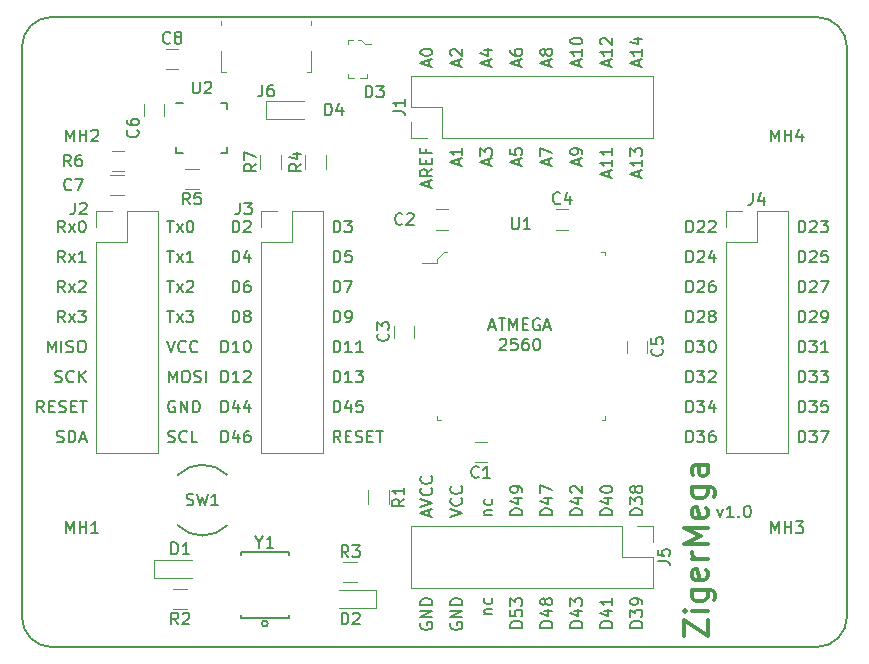
<source format=gbr>
%TF.GenerationSoftware,KiCad,Pcbnew,(5.0.0)*%
%TF.CreationDate,2019-01-27T03:15:10+01:00*%
%TF.ProjectId,AtmegaBreakout,41746D656761427265616B6F75742E6B,rev?*%
%TF.SameCoordinates,Original*%
%TF.FileFunction,Legend,Top*%
%TF.FilePolarity,Positive*%
%FSLAX46Y46*%
G04 Gerber Fmt 4.6, Leading zero omitted, Abs format (unit mm)*
G04 Created by KiCad (PCBNEW (5.0.0)) date 01/27/19 03:15:10*
%MOMM*%
%LPD*%
G01*
G04 APERTURE LIST*
%ADD10C,0.200000*%
%ADD11C,0.300000*%
%ADD12C,0.150000*%
%ADD13C,0.120000*%
%ADD14C,0.100000*%
G04 APERTURE END LIST*
D10*
X131286428Y-97575714D02*
X131524523Y-98242380D01*
X131762619Y-97575714D01*
X132667380Y-98242380D02*
X132095952Y-98242380D01*
X132381666Y-98242380D02*
X132381666Y-97242380D01*
X132286428Y-97385238D01*
X132191190Y-97480476D01*
X132095952Y-97528095D01*
X133095952Y-98147142D02*
X133143571Y-98194761D01*
X133095952Y-98242380D01*
X133048333Y-98194761D01*
X133095952Y-98147142D01*
X133095952Y-98242380D01*
X133762619Y-97242380D02*
X133857857Y-97242380D01*
X133953095Y-97290000D01*
X134000714Y-97337619D01*
X134048333Y-97432857D01*
X134095952Y-97623333D01*
X134095952Y-97861428D01*
X134048333Y-98051904D01*
X134000714Y-98147142D01*
X133953095Y-98194761D01*
X133857857Y-98242380D01*
X133762619Y-98242380D01*
X133667380Y-98194761D01*
X133619761Y-98147142D01*
X133572142Y-98051904D01*
X133524523Y-97861428D01*
X133524523Y-97623333D01*
X133572142Y-97432857D01*
X133619761Y-97337619D01*
X133667380Y-97290000D01*
X133762619Y-97242380D01*
D11*
X128444761Y-108298333D02*
X128444761Y-106965000D01*
X130444761Y-108298333D01*
X130444761Y-106965000D01*
X130444761Y-106203095D02*
X129111428Y-106203095D01*
X128444761Y-106203095D02*
X128540000Y-106298333D01*
X128635238Y-106203095D01*
X128540000Y-106107857D01*
X128444761Y-106203095D01*
X128635238Y-106203095D01*
X129111428Y-104393571D02*
X130730476Y-104393571D01*
X130920952Y-104488809D01*
X131016190Y-104584047D01*
X131111428Y-104774523D01*
X131111428Y-105060238D01*
X131016190Y-105250714D01*
X130349523Y-104393571D02*
X130444761Y-104584047D01*
X130444761Y-104965000D01*
X130349523Y-105155476D01*
X130254285Y-105250714D01*
X130063809Y-105345952D01*
X129492380Y-105345952D01*
X129301904Y-105250714D01*
X129206666Y-105155476D01*
X129111428Y-104965000D01*
X129111428Y-104584047D01*
X129206666Y-104393571D01*
X130349523Y-102679285D02*
X130444761Y-102869761D01*
X130444761Y-103250714D01*
X130349523Y-103441190D01*
X130159047Y-103536428D01*
X129397142Y-103536428D01*
X129206666Y-103441190D01*
X129111428Y-103250714D01*
X129111428Y-102869761D01*
X129206666Y-102679285D01*
X129397142Y-102584047D01*
X129587619Y-102584047D01*
X129778095Y-103536428D01*
X130444761Y-101726904D02*
X129111428Y-101726904D01*
X129492380Y-101726904D02*
X129301904Y-101631666D01*
X129206666Y-101536428D01*
X129111428Y-101345952D01*
X129111428Y-101155476D01*
X130444761Y-100488809D02*
X128444761Y-100488809D01*
X129873333Y-99822142D01*
X128444761Y-99155476D01*
X130444761Y-99155476D01*
X130349523Y-97441190D02*
X130444761Y-97631666D01*
X130444761Y-98012619D01*
X130349523Y-98203095D01*
X130159047Y-98298333D01*
X129397142Y-98298333D01*
X129206666Y-98203095D01*
X129111428Y-98012619D01*
X129111428Y-97631666D01*
X129206666Y-97441190D01*
X129397142Y-97345952D01*
X129587619Y-97345952D01*
X129778095Y-98298333D01*
X129111428Y-95631666D02*
X130730476Y-95631666D01*
X130920952Y-95726904D01*
X131016190Y-95822142D01*
X131111428Y-96012619D01*
X131111428Y-96298333D01*
X131016190Y-96488809D01*
X130349523Y-95631666D02*
X130444761Y-95822142D01*
X130444761Y-96203095D01*
X130349523Y-96393571D01*
X130254285Y-96488809D01*
X130063809Y-96584047D01*
X129492380Y-96584047D01*
X129301904Y-96488809D01*
X129206666Y-96393571D01*
X129111428Y-96203095D01*
X129111428Y-95822142D01*
X129206666Y-95631666D01*
X130444761Y-93822142D02*
X129397142Y-93822142D01*
X129206666Y-93917380D01*
X129111428Y-94107857D01*
X129111428Y-94488809D01*
X129206666Y-94679285D01*
X130349523Y-93822142D02*
X130444761Y-94012619D01*
X130444761Y-94488809D01*
X130349523Y-94679285D01*
X130159047Y-94774523D01*
X129968571Y-94774523D01*
X129778095Y-94679285D01*
X129682857Y-94488809D01*
X129682857Y-94012619D01*
X129587619Y-93822142D01*
D10*
X142240000Y-58420000D02*
X142240000Y-106680000D01*
X74930000Y-55880000D02*
X139700000Y-55880000D01*
X72390000Y-106680000D02*
X72390000Y-58420000D01*
X139700000Y-109220000D02*
X74930000Y-109220000D01*
X72390000Y-58420000D02*
G75*
G02X74930000Y-55880000I2540000J0D01*
G01*
X74930000Y-109220000D02*
G75*
G02X72390000Y-106680000I0J2540000D01*
G01*
X142240000Y-106680000D02*
G75*
G02X139700000Y-109220000I-2540000J0D01*
G01*
X139700000Y-55880000D02*
G75*
G02X142240000Y-58420000I0J-2540000D01*
G01*
X111982571Y-82120666D02*
X112458761Y-82120666D01*
X111887333Y-82406380D02*
X112220666Y-81406380D01*
X112554000Y-82406380D01*
X112744476Y-81406380D02*
X113315904Y-81406380D01*
X113030190Y-82406380D02*
X113030190Y-81406380D01*
X113649238Y-82406380D02*
X113649238Y-81406380D01*
X113982571Y-82120666D01*
X114315904Y-81406380D01*
X114315904Y-82406380D01*
X114792095Y-81882571D02*
X115125428Y-81882571D01*
X115268285Y-82406380D02*
X114792095Y-82406380D01*
X114792095Y-81406380D01*
X115268285Y-81406380D01*
X116220666Y-81454000D02*
X116125428Y-81406380D01*
X115982571Y-81406380D01*
X115839714Y-81454000D01*
X115744476Y-81549238D01*
X115696857Y-81644476D01*
X115649238Y-81834952D01*
X115649238Y-81977809D01*
X115696857Y-82168285D01*
X115744476Y-82263523D01*
X115839714Y-82358761D01*
X115982571Y-82406380D01*
X116077809Y-82406380D01*
X116220666Y-82358761D01*
X116268285Y-82311142D01*
X116268285Y-81977809D01*
X116077809Y-81977809D01*
X116649238Y-82120666D02*
X117125428Y-82120666D01*
X116554000Y-82406380D02*
X116887333Y-81406380D01*
X117220666Y-82406380D01*
X112839714Y-83201619D02*
X112887333Y-83154000D01*
X112982571Y-83106380D01*
X113220666Y-83106380D01*
X113315904Y-83154000D01*
X113363523Y-83201619D01*
X113411142Y-83296857D01*
X113411142Y-83392095D01*
X113363523Y-83534952D01*
X112792095Y-84106380D01*
X113411142Y-84106380D01*
X114315904Y-83106380D02*
X113839714Y-83106380D01*
X113792095Y-83582571D01*
X113839714Y-83534952D01*
X113934952Y-83487333D01*
X114173047Y-83487333D01*
X114268285Y-83534952D01*
X114315904Y-83582571D01*
X114363523Y-83677809D01*
X114363523Y-83915904D01*
X114315904Y-84011142D01*
X114268285Y-84058761D01*
X114173047Y-84106380D01*
X113934952Y-84106380D01*
X113839714Y-84058761D01*
X113792095Y-84011142D01*
X115220666Y-83106380D02*
X115030190Y-83106380D01*
X114934952Y-83154000D01*
X114887333Y-83201619D01*
X114792095Y-83344476D01*
X114744476Y-83534952D01*
X114744476Y-83915904D01*
X114792095Y-84011142D01*
X114839714Y-84058761D01*
X114934952Y-84106380D01*
X115125428Y-84106380D01*
X115220666Y-84058761D01*
X115268285Y-84011142D01*
X115315904Y-83915904D01*
X115315904Y-83677809D01*
X115268285Y-83582571D01*
X115220666Y-83534952D01*
X115125428Y-83487333D01*
X114934952Y-83487333D01*
X114839714Y-83534952D01*
X114792095Y-83582571D01*
X114744476Y-83677809D01*
X115934952Y-83106380D02*
X116030190Y-83106380D01*
X116125428Y-83154000D01*
X116173047Y-83201619D01*
X116220666Y-83296857D01*
X116268285Y-83487333D01*
X116268285Y-83725428D01*
X116220666Y-83915904D01*
X116173047Y-84011142D01*
X116125428Y-84058761D01*
X116030190Y-84106380D01*
X115934952Y-84106380D01*
X115839714Y-84058761D01*
X115792095Y-84011142D01*
X115744476Y-83915904D01*
X115696857Y-83725428D01*
X115696857Y-83487333D01*
X115744476Y-83296857D01*
X115792095Y-83201619D01*
X115839714Y-83154000D01*
X115934952Y-83106380D01*
X128648333Y-91892380D02*
X128648333Y-90892380D01*
X128886428Y-90892380D01*
X129029285Y-90940000D01*
X129124523Y-91035238D01*
X129172142Y-91130476D01*
X129219761Y-91320952D01*
X129219761Y-91463809D01*
X129172142Y-91654285D01*
X129124523Y-91749523D01*
X129029285Y-91844761D01*
X128886428Y-91892380D01*
X128648333Y-91892380D01*
X129553095Y-90892380D02*
X130172142Y-90892380D01*
X129838809Y-91273333D01*
X129981666Y-91273333D01*
X130076904Y-91320952D01*
X130124523Y-91368571D01*
X130172142Y-91463809D01*
X130172142Y-91701904D01*
X130124523Y-91797142D01*
X130076904Y-91844761D01*
X129981666Y-91892380D01*
X129695952Y-91892380D01*
X129600714Y-91844761D01*
X129553095Y-91797142D01*
X131029285Y-90892380D02*
X130838809Y-90892380D01*
X130743571Y-90940000D01*
X130695952Y-90987619D01*
X130600714Y-91130476D01*
X130553095Y-91320952D01*
X130553095Y-91701904D01*
X130600714Y-91797142D01*
X130648333Y-91844761D01*
X130743571Y-91892380D01*
X130934047Y-91892380D01*
X131029285Y-91844761D01*
X131076904Y-91797142D01*
X131124523Y-91701904D01*
X131124523Y-91463809D01*
X131076904Y-91368571D01*
X131029285Y-91320952D01*
X130934047Y-91273333D01*
X130743571Y-91273333D01*
X130648333Y-91320952D01*
X130600714Y-91368571D01*
X130553095Y-91463809D01*
X138163095Y-79192380D02*
X138163095Y-78192380D01*
X138401190Y-78192380D01*
X138544047Y-78240000D01*
X138639285Y-78335238D01*
X138686904Y-78430476D01*
X138734523Y-78620952D01*
X138734523Y-78763809D01*
X138686904Y-78954285D01*
X138639285Y-79049523D01*
X138544047Y-79144761D01*
X138401190Y-79192380D01*
X138163095Y-79192380D01*
X139115476Y-78287619D02*
X139163095Y-78240000D01*
X139258333Y-78192380D01*
X139496428Y-78192380D01*
X139591666Y-78240000D01*
X139639285Y-78287619D01*
X139686904Y-78382857D01*
X139686904Y-78478095D01*
X139639285Y-78620952D01*
X139067857Y-79192380D01*
X139686904Y-79192380D01*
X140020238Y-78192380D02*
X140686904Y-78192380D01*
X140258333Y-79192380D01*
X128648333Y-89352380D02*
X128648333Y-88352380D01*
X128886428Y-88352380D01*
X129029285Y-88400000D01*
X129124523Y-88495238D01*
X129172142Y-88590476D01*
X129219761Y-88780952D01*
X129219761Y-88923809D01*
X129172142Y-89114285D01*
X129124523Y-89209523D01*
X129029285Y-89304761D01*
X128886428Y-89352380D01*
X128648333Y-89352380D01*
X129553095Y-88352380D02*
X130172142Y-88352380D01*
X129838809Y-88733333D01*
X129981666Y-88733333D01*
X130076904Y-88780952D01*
X130124523Y-88828571D01*
X130172142Y-88923809D01*
X130172142Y-89161904D01*
X130124523Y-89257142D01*
X130076904Y-89304761D01*
X129981666Y-89352380D01*
X129695952Y-89352380D01*
X129600714Y-89304761D01*
X129553095Y-89257142D01*
X131029285Y-88685714D02*
X131029285Y-89352380D01*
X130791190Y-88304761D02*
X130553095Y-89019047D01*
X131172142Y-89019047D01*
X138163095Y-91892380D02*
X138163095Y-90892380D01*
X138401190Y-90892380D01*
X138544047Y-90940000D01*
X138639285Y-91035238D01*
X138686904Y-91130476D01*
X138734523Y-91320952D01*
X138734523Y-91463809D01*
X138686904Y-91654285D01*
X138639285Y-91749523D01*
X138544047Y-91844761D01*
X138401190Y-91892380D01*
X138163095Y-91892380D01*
X139067857Y-90892380D02*
X139686904Y-90892380D01*
X139353571Y-91273333D01*
X139496428Y-91273333D01*
X139591666Y-91320952D01*
X139639285Y-91368571D01*
X139686904Y-91463809D01*
X139686904Y-91701904D01*
X139639285Y-91797142D01*
X139591666Y-91844761D01*
X139496428Y-91892380D01*
X139210714Y-91892380D01*
X139115476Y-91844761D01*
X139067857Y-91797142D01*
X140020238Y-90892380D02*
X140686904Y-90892380D01*
X140258333Y-91892380D01*
X138163095Y-84272380D02*
X138163095Y-83272380D01*
X138401190Y-83272380D01*
X138544047Y-83320000D01*
X138639285Y-83415238D01*
X138686904Y-83510476D01*
X138734523Y-83700952D01*
X138734523Y-83843809D01*
X138686904Y-84034285D01*
X138639285Y-84129523D01*
X138544047Y-84224761D01*
X138401190Y-84272380D01*
X138163095Y-84272380D01*
X139067857Y-83272380D02*
X139686904Y-83272380D01*
X139353571Y-83653333D01*
X139496428Y-83653333D01*
X139591666Y-83700952D01*
X139639285Y-83748571D01*
X139686904Y-83843809D01*
X139686904Y-84081904D01*
X139639285Y-84177142D01*
X139591666Y-84224761D01*
X139496428Y-84272380D01*
X139210714Y-84272380D01*
X139115476Y-84224761D01*
X139067857Y-84177142D01*
X140639285Y-84272380D02*
X140067857Y-84272380D01*
X140353571Y-84272380D02*
X140353571Y-83272380D01*
X140258333Y-83415238D01*
X140163095Y-83510476D01*
X140067857Y-83558095D01*
X128648333Y-81732380D02*
X128648333Y-80732380D01*
X128886428Y-80732380D01*
X129029285Y-80780000D01*
X129124523Y-80875238D01*
X129172142Y-80970476D01*
X129219761Y-81160952D01*
X129219761Y-81303809D01*
X129172142Y-81494285D01*
X129124523Y-81589523D01*
X129029285Y-81684761D01*
X128886428Y-81732380D01*
X128648333Y-81732380D01*
X129600714Y-80827619D02*
X129648333Y-80780000D01*
X129743571Y-80732380D01*
X129981666Y-80732380D01*
X130076904Y-80780000D01*
X130124523Y-80827619D01*
X130172142Y-80922857D01*
X130172142Y-81018095D01*
X130124523Y-81160952D01*
X129553095Y-81732380D01*
X130172142Y-81732380D01*
X130743571Y-81160952D02*
X130648333Y-81113333D01*
X130600714Y-81065714D01*
X130553095Y-80970476D01*
X130553095Y-80922857D01*
X130600714Y-80827619D01*
X130648333Y-80780000D01*
X130743571Y-80732380D01*
X130934047Y-80732380D01*
X131029285Y-80780000D01*
X131076904Y-80827619D01*
X131124523Y-80922857D01*
X131124523Y-80970476D01*
X131076904Y-81065714D01*
X131029285Y-81113333D01*
X130934047Y-81160952D01*
X130743571Y-81160952D01*
X130648333Y-81208571D01*
X130600714Y-81256190D01*
X130553095Y-81351428D01*
X130553095Y-81541904D01*
X130600714Y-81637142D01*
X130648333Y-81684761D01*
X130743571Y-81732380D01*
X130934047Y-81732380D01*
X131029285Y-81684761D01*
X131076904Y-81637142D01*
X131124523Y-81541904D01*
X131124523Y-81351428D01*
X131076904Y-81256190D01*
X131029285Y-81208571D01*
X130934047Y-81160952D01*
X138163095Y-81732380D02*
X138163095Y-80732380D01*
X138401190Y-80732380D01*
X138544047Y-80780000D01*
X138639285Y-80875238D01*
X138686904Y-80970476D01*
X138734523Y-81160952D01*
X138734523Y-81303809D01*
X138686904Y-81494285D01*
X138639285Y-81589523D01*
X138544047Y-81684761D01*
X138401190Y-81732380D01*
X138163095Y-81732380D01*
X139115476Y-80827619D02*
X139163095Y-80780000D01*
X139258333Y-80732380D01*
X139496428Y-80732380D01*
X139591666Y-80780000D01*
X139639285Y-80827619D01*
X139686904Y-80922857D01*
X139686904Y-81018095D01*
X139639285Y-81160952D01*
X139067857Y-81732380D01*
X139686904Y-81732380D01*
X140163095Y-81732380D02*
X140353571Y-81732380D01*
X140448809Y-81684761D01*
X140496428Y-81637142D01*
X140591666Y-81494285D01*
X140639285Y-81303809D01*
X140639285Y-80922857D01*
X140591666Y-80827619D01*
X140544047Y-80780000D01*
X140448809Y-80732380D01*
X140258333Y-80732380D01*
X140163095Y-80780000D01*
X140115476Y-80827619D01*
X140067857Y-80922857D01*
X140067857Y-81160952D01*
X140115476Y-81256190D01*
X140163095Y-81303809D01*
X140258333Y-81351428D01*
X140448809Y-81351428D01*
X140544047Y-81303809D01*
X140591666Y-81256190D01*
X140639285Y-81160952D01*
X128648333Y-76652380D02*
X128648333Y-75652380D01*
X128886428Y-75652380D01*
X129029285Y-75700000D01*
X129124523Y-75795238D01*
X129172142Y-75890476D01*
X129219761Y-76080952D01*
X129219761Y-76223809D01*
X129172142Y-76414285D01*
X129124523Y-76509523D01*
X129029285Y-76604761D01*
X128886428Y-76652380D01*
X128648333Y-76652380D01*
X129600714Y-75747619D02*
X129648333Y-75700000D01*
X129743571Y-75652380D01*
X129981666Y-75652380D01*
X130076904Y-75700000D01*
X130124523Y-75747619D01*
X130172142Y-75842857D01*
X130172142Y-75938095D01*
X130124523Y-76080952D01*
X129553095Y-76652380D01*
X130172142Y-76652380D01*
X131029285Y-75985714D02*
X131029285Y-76652380D01*
X130791190Y-75604761D02*
X130553095Y-76319047D01*
X131172142Y-76319047D01*
X128648333Y-86812380D02*
X128648333Y-85812380D01*
X128886428Y-85812380D01*
X129029285Y-85860000D01*
X129124523Y-85955238D01*
X129172142Y-86050476D01*
X129219761Y-86240952D01*
X129219761Y-86383809D01*
X129172142Y-86574285D01*
X129124523Y-86669523D01*
X129029285Y-86764761D01*
X128886428Y-86812380D01*
X128648333Y-86812380D01*
X129553095Y-85812380D02*
X130172142Y-85812380D01*
X129838809Y-86193333D01*
X129981666Y-86193333D01*
X130076904Y-86240952D01*
X130124523Y-86288571D01*
X130172142Y-86383809D01*
X130172142Y-86621904D01*
X130124523Y-86717142D01*
X130076904Y-86764761D01*
X129981666Y-86812380D01*
X129695952Y-86812380D01*
X129600714Y-86764761D01*
X129553095Y-86717142D01*
X130553095Y-85907619D02*
X130600714Y-85860000D01*
X130695952Y-85812380D01*
X130934047Y-85812380D01*
X131029285Y-85860000D01*
X131076904Y-85907619D01*
X131124523Y-86002857D01*
X131124523Y-86098095D01*
X131076904Y-86240952D01*
X130505476Y-86812380D01*
X131124523Y-86812380D01*
X138163095Y-89352380D02*
X138163095Y-88352380D01*
X138401190Y-88352380D01*
X138544047Y-88400000D01*
X138639285Y-88495238D01*
X138686904Y-88590476D01*
X138734523Y-88780952D01*
X138734523Y-88923809D01*
X138686904Y-89114285D01*
X138639285Y-89209523D01*
X138544047Y-89304761D01*
X138401190Y-89352380D01*
X138163095Y-89352380D01*
X139067857Y-88352380D02*
X139686904Y-88352380D01*
X139353571Y-88733333D01*
X139496428Y-88733333D01*
X139591666Y-88780952D01*
X139639285Y-88828571D01*
X139686904Y-88923809D01*
X139686904Y-89161904D01*
X139639285Y-89257142D01*
X139591666Y-89304761D01*
X139496428Y-89352380D01*
X139210714Y-89352380D01*
X139115476Y-89304761D01*
X139067857Y-89257142D01*
X140591666Y-88352380D02*
X140115476Y-88352380D01*
X140067857Y-88828571D01*
X140115476Y-88780952D01*
X140210714Y-88733333D01*
X140448809Y-88733333D01*
X140544047Y-88780952D01*
X140591666Y-88828571D01*
X140639285Y-88923809D01*
X140639285Y-89161904D01*
X140591666Y-89257142D01*
X140544047Y-89304761D01*
X140448809Y-89352380D01*
X140210714Y-89352380D01*
X140115476Y-89304761D01*
X140067857Y-89257142D01*
X138163095Y-86812380D02*
X138163095Y-85812380D01*
X138401190Y-85812380D01*
X138544047Y-85860000D01*
X138639285Y-85955238D01*
X138686904Y-86050476D01*
X138734523Y-86240952D01*
X138734523Y-86383809D01*
X138686904Y-86574285D01*
X138639285Y-86669523D01*
X138544047Y-86764761D01*
X138401190Y-86812380D01*
X138163095Y-86812380D01*
X139067857Y-85812380D02*
X139686904Y-85812380D01*
X139353571Y-86193333D01*
X139496428Y-86193333D01*
X139591666Y-86240952D01*
X139639285Y-86288571D01*
X139686904Y-86383809D01*
X139686904Y-86621904D01*
X139639285Y-86717142D01*
X139591666Y-86764761D01*
X139496428Y-86812380D01*
X139210714Y-86812380D01*
X139115476Y-86764761D01*
X139067857Y-86717142D01*
X140020238Y-85812380D02*
X140639285Y-85812380D01*
X140305952Y-86193333D01*
X140448809Y-86193333D01*
X140544047Y-86240952D01*
X140591666Y-86288571D01*
X140639285Y-86383809D01*
X140639285Y-86621904D01*
X140591666Y-86717142D01*
X140544047Y-86764761D01*
X140448809Y-86812380D01*
X140163095Y-86812380D01*
X140067857Y-86764761D01*
X140020238Y-86717142D01*
X138163095Y-74112380D02*
X138163095Y-73112380D01*
X138401190Y-73112380D01*
X138544047Y-73160000D01*
X138639285Y-73255238D01*
X138686904Y-73350476D01*
X138734523Y-73540952D01*
X138734523Y-73683809D01*
X138686904Y-73874285D01*
X138639285Y-73969523D01*
X138544047Y-74064761D01*
X138401190Y-74112380D01*
X138163095Y-74112380D01*
X139115476Y-73207619D02*
X139163095Y-73160000D01*
X139258333Y-73112380D01*
X139496428Y-73112380D01*
X139591666Y-73160000D01*
X139639285Y-73207619D01*
X139686904Y-73302857D01*
X139686904Y-73398095D01*
X139639285Y-73540952D01*
X139067857Y-74112380D01*
X139686904Y-74112380D01*
X140020238Y-73112380D02*
X140639285Y-73112380D01*
X140305952Y-73493333D01*
X140448809Y-73493333D01*
X140544047Y-73540952D01*
X140591666Y-73588571D01*
X140639285Y-73683809D01*
X140639285Y-73921904D01*
X140591666Y-74017142D01*
X140544047Y-74064761D01*
X140448809Y-74112380D01*
X140163095Y-74112380D01*
X140067857Y-74064761D01*
X140020238Y-74017142D01*
X138163095Y-76652380D02*
X138163095Y-75652380D01*
X138401190Y-75652380D01*
X138544047Y-75700000D01*
X138639285Y-75795238D01*
X138686904Y-75890476D01*
X138734523Y-76080952D01*
X138734523Y-76223809D01*
X138686904Y-76414285D01*
X138639285Y-76509523D01*
X138544047Y-76604761D01*
X138401190Y-76652380D01*
X138163095Y-76652380D01*
X139115476Y-75747619D02*
X139163095Y-75700000D01*
X139258333Y-75652380D01*
X139496428Y-75652380D01*
X139591666Y-75700000D01*
X139639285Y-75747619D01*
X139686904Y-75842857D01*
X139686904Y-75938095D01*
X139639285Y-76080952D01*
X139067857Y-76652380D01*
X139686904Y-76652380D01*
X140591666Y-75652380D02*
X140115476Y-75652380D01*
X140067857Y-76128571D01*
X140115476Y-76080952D01*
X140210714Y-76033333D01*
X140448809Y-76033333D01*
X140544047Y-76080952D01*
X140591666Y-76128571D01*
X140639285Y-76223809D01*
X140639285Y-76461904D01*
X140591666Y-76557142D01*
X140544047Y-76604761D01*
X140448809Y-76652380D01*
X140210714Y-76652380D01*
X140115476Y-76604761D01*
X140067857Y-76557142D01*
X128648333Y-79192380D02*
X128648333Y-78192380D01*
X128886428Y-78192380D01*
X129029285Y-78240000D01*
X129124523Y-78335238D01*
X129172142Y-78430476D01*
X129219761Y-78620952D01*
X129219761Y-78763809D01*
X129172142Y-78954285D01*
X129124523Y-79049523D01*
X129029285Y-79144761D01*
X128886428Y-79192380D01*
X128648333Y-79192380D01*
X129600714Y-78287619D02*
X129648333Y-78240000D01*
X129743571Y-78192380D01*
X129981666Y-78192380D01*
X130076904Y-78240000D01*
X130124523Y-78287619D01*
X130172142Y-78382857D01*
X130172142Y-78478095D01*
X130124523Y-78620952D01*
X129553095Y-79192380D01*
X130172142Y-79192380D01*
X131029285Y-78192380D02*
X130838809Y-78192380D01*
X130743571Y-78240000D01*
X130695952Y-78287619D01*
X130600714Y-78430476D01*
X130553095Y-78620952D01*
X130553095Y-79001904D01*
X130600714Y-79097142D01*
X130648333Y-79144761D01*
X130743571Y-79192380D01*
X130934047Y-79192380D01*
X131029285Y-79144761D01*
X131076904Y-79097142D01*
X131124523Y-79001904D01*
X131124523Y-78763809D01*
X131076904Y-78668571D01*
X131029285Y-78620952D01*
X130934047Y-78573333D01*
X130743571Y-78573333D01*
X130648333Y-78620952D01*
X130600714Y-78668571D01*
X130553095Y-78763809D01*
X128648333Y-84272380D02*
X128648333Y-83272380D01*
X128886428Y-83272380D01*
X129029285Y-83320000D01*
X129124523Y-83415238D01*
X129172142Y-83510476D01*
X129219761Y-83700952D01*
X129219761Y-83843809D01*
X129172142Y-84034285D01*
X129124523Y-84129523D01*
X129029285Y-84224761D01*
X128886428Y-84272380D01*
X128648333Y-84272380D01*
X129553095Y-83272380D02*
X130172142Y-83272380D01*
X129838809Y-83653333D01*
X129981666Y-83653333D01*
X130076904Y-83700952D01*
X130124523Y-83748571D01*
X130172142Y-83843809D01*
X130172142Y-84081904D01*
X130124523Y-84177142D01*
X130076904Y-84224761D01*
X129981666Y-84272380D01*
X129695952Y-84272380D01*
X129600714Y-84224761D01*
X129553095Y-84177142D01*
X130791190Y-83272380D02*
X130886428Y-83272380D01*
X130981666Y-83320000D01*
X131029285Y-83367619D01*
X131076904Y-83462857D01*
X131124523Y-83653333D01*
X131124523Y-83891428D01*
X131076904Y-84081904D01*
X131029285Y-84177142D01*
X130981666Y-84224761D01*
X130886428Y-84272380D01*
X130791190Y-84272380D01*
X130695952Y-84224761D01*
X130648333Y-84177142D01*
X130600714Y-84081904D01*
X130553095Y-83891428D01*
X130553095Y-83653333D01*
X130600714Y-83462857D01*
X130648333Y-83367619D01*
X130695952Y-83320000D01*
X130791190Y-83272380D01*
X128648333Y-74112380D02*
X128648333Y-73112380D01*
X128886428Y-73112380D01*
X129029285Y-73160000D01*
X129124523Y-73255238D01*
X129172142Y-73350476D01*
X129219761Y-73540952D01*
X129219761Y-73683809D01*
X129172142Y-73874285D01*
X129124523Y-73969523D01*
X129029285Y-74064761D01*
X128886428Y-74112380D01*
X128648333Y-74112380D01*
X129600714Y-73207619D02*
X129648333Y-73160000D01*
X129743571Y-73112380D01*
X129981666Y-73112380D01*
X130076904Y-73160000D01*
X130124523Y-73207619D01*
X130172142Y-73302857D01*
X130172142Y-73398095D01*
X130124523Y-73540952D01*
X129553095Y-74112380D01*
X130172142Y-74112380D01*
X130553095Y-73207619D02*
X130600714Y-73160000D01*
X130695952Y-73112380D01*
X130934047Y-73112380D01*
X131029285Y-73160000D01*
X131076904Y-73207619D01*
X131124523Y-73302857D01*
X131124523Y-73398095D01*
X131076904Y-73540952D01*
X130505476Y-74112380D01*
X131124523Y-74112380D01*
X114466666Y-68424047D02*
X114466666Y-67947857D01*
X114752380Y-68519285D02*
X113752380Y-68185952D01*
X114752380Y-67852619D01*
X113752380Y-67043095D02*
X113752380Y-67519285D01*
X114228571Y-67566904D01*
X114180952Y-67519285D01*
X114133333Y-67424047D01*
X114133333Y-67185952D01*
X114180952Y-67090714D01*
X114228571Y-67043095D01*
X114323809Y-66995476D01*
X114561904Y-66995476D01*
X114657142Y-67043095D01*
X114704761Y-67090714D01*
X114752380Y-67185952D01*
X114752380Y-67424047D01*
X114704761Y-67519285D01*
X114657142Y-67566904D01*
X111926666Y-68424047D02*
X111926666Y-67947857D01*
X112212380Y-68519285D02*
X111212380Y-68185952D01*
X112212380Y-67852619D01*
X111212380Y-67614523D02*
X111212380Y-66995476D01*
X111593333Y-67328809D01*
X111593333Y-67185952D01*
X111640952Y-67090714D01*
X111688571Y-67043095D01*
X111783809Y-66995476D01*
X112021904Y-66995476D01*
X112117142Y-67043095D01*
X112164761Y-67090714D01*
X112212380Y-67185952D01*
X112212380Y-67471666D01*
X112164761Y-67566904D01*
X112117142Y-67614523D01*
X117006666Y-68424047D02*
X117006666Y-67947857D01*
X117292380Y-68519285D02*
X116292380Y-68185952D01*
X117292380Y-67852619D01*
X116292380Y-67614523D02*
X116292380Y-66947857D01*
X117292380Y-67376428D01*
X124626666Y-60004523D02*
X124626666Y-59528333D01*
X124912380Y-60099761D02*
X123912380Y-59766428D01*
X124912380Y-59433095D01*
X124912380Y-58575952D02*
X124912380Y-59147380D01*
X124912380Y-58861666D02*
X123912380Y-58861666D01*
X124055238Y-58956904D01*
X124150476Y-59052142D01*
X124198095Y-59147380D01*
X124245714Y-57718809D02*
X124912380Y-57718809D01*
X123864761Y-57956904D02*
X124579047Y-58195000D01*
X124579047Y-57575952D01*
X117006666Y-60004523D02*
X117006666Y-59528333D01*
X117292380Y-60099761D02*
X116292380Y-59766428D01*
X117292380Y-59433095D01*
X116720952Y-58956904D02*
X116673333Y-59052142D01*
X116625714Y-59099761D01*
X116530476Y-59147380D01*
X116482857Y-59147380D01*
X116387619Y-59099761D01*
X116340000Y-59052142D01*
X116292380Y-58956904D01*
X116292380Y-58766428D01*
X116340000Y-58671190D01*
X116387619Y-58623571D01*
X116482857Y-58575952D01*
X116530476Y-58575952D01*
X116625714Y-58623571D01*
X116673333Y-58671190D01*
X116720952Y-58766428D01*
X116720952Y-58956904D01*
X116768571Y-59052142D01*
X116816190Y-59099761D01*
X116911428Y-59147380D01*
X117101904Y-59147380D01*
X117197142Y-59099761D01*
X117244761Y-59052142D01*
X117292380Y-58956904D01*
X117292380Y-58766428D01*
X117244761Y-58671190D01*
X117197142Y-58623571D01*
X117101904Y-58575952D01*
X116911428Y-58575952D01*
X116816190Y-58623571D01*
X116768571Y-58671190D01*
X116720952Y-58766428D01*
X111926666Y-60004523D02*
X111926666Y-59528333D01*
X112212380Y-60099761D02*
X111212380Y-59766428D01*
X112212380Y-59433095D01*
X111545714Y-58671190D02*
X112212380Y-58671190D01*
X111164761Y-58909285D02*
X111879047Y-59147380D01*
X111879047Y-58528333D01*
X106846666Y-60004523D02*
X106846666Y-59528333D01*
X107132380Y-60099761D02*
X106132380Y-59766428D01*
X107132380Y-59433095D01*
X106132380Y-58909285D02*
X106132380Y-58814047D01*
X106180000Y-58718809D01*
X106227619Y-58671190D01*
X106322857Y-58623571D01*
X106513333Y-58575952D01*
X106751428Y-58575952D01*
X106941904Y-58623571D01*
X107037142Y-58671190D01*
X107084761Y-58718809D01*
X107132380Y-58814047D01*
X107132380Y-58909285D01*
X107084761Y-59004523D01*
X107037142Y-59052142D01*
X106941904Y-59099761D01*
X106751428Y-59147380D01*
X106513333Y-59147380D01*
X106322857Y-59099761D01*
X106227619Y-59052142D01*
X106180000Y-59004523D01*
X106132380Y-58909285D01*
X122086666Y-69376428D02*
X122086666Y-68900238D01*
X122372380Y-69471666D02*
X121372380Y-69138333D01*
X122372380Y-68805000D01*
X122372380Y-67947857D02*
X122372380Y-68519285D01*
X122372380Y-68233571D02*
X121372380Y-68233571D01*
X121515238Y-68328809D01*
X121610476Y-68424047D01*
X121658095Y-68519285D01*
X122372380Y-66995476D02*
X122372380Y-67566904D01*
X122372380Y-67281190D02*
X121372380Y-67281190D01*
X121515238Y-67376428D01*
X121610476Y-67471666D01*
X121658095Y-67566904D01*
X109386666Y-60004523D02*
X109386666Y-59528333D01*
X109672380Y-60099761D02*
X108672380Y-59766428D01*
X109672380Y-59433095D01*
X108767619Y-59147380D02*
X108720000Y-59099761D01*
X108672380Y-59004523D01*
X108672380Y-58766428D01*
X108720000Y-58671190D01*
X108767619Y-58623571D01*
X108862857Y-58575952D01*
X108958095Y-58575952D01*
X109100952Y-58623571D01*
X109672380Y-59195000D01*
X109672380Y-58575952D01*
X124626666Y-69376428D02*
X124626666Y-68900238D01*
X124912380Y-69471666D02*
X123912380Y-69138333D01*
X124912380Y-68805000D01*
X124912380Y-67947857D02*
X124912380Y-68519285D01*
X124912380Y-68233571D02*
X123912380Y-68233571D01*
X124055238Y-68328809D01*
X124150476Y-68424047D01*
X124198095Y-68519285D01*
X123912380Y-67614523D02*
X123912380Y-66995476D01*
X124293333Y-67328809D01*
X124293333Y-67185952D01*
X124340952Y-67090714D01*
X124388571Y-67043095D01*
X124483809Y-66995476D01*
X124721904Y-66995476D01*
X124817142Y-67043095D01*
X124864761Y-67090714D01*
X124912380Y-67185952D01*
X124912380Y-67471666D01*
X124864761Y-67566904D01*
X124817142Y-67614523D01*
X119546666Y-68424047D02*
X119546666Y-67947857D01*
X119832380Y-68519285D02*
X118832380Y-68185952D01*
X119832380Y-67852619D01*
X119832380Y-67471666D02*
X119832380Y-67281190D01*
X119784761Y-67185952D01*
X119737142Y-67138333D01*
X119594285Y-67043095D01*
X119403809Y-66995476D01*
X119022857Y-66995476D01*
X118927619Y-67043095D01*
X118880000Y-67090714D01*
X118832380Y-67185952D01*
X118832380Y-67376428D01*
X118880000Y-67471666D01*
X118927619Y-67519285D01*
X119022857Y-67566904D01*
X119260952Y-67566904D01*
X119356190Y-67519285D01*
X119403809Y-67471666D01*
X119451428Y-67376428D01*
X119451428Y-67185952D01*
X119403809Y-67090714D01*
X119356190Y-67043095D01*
X119260952Y-66995476D01*
X122086666Y-60004523D02*
X122086666Y-59528333D01*
X122372380Y-60099761D02*
X121372380Y-59766428D01*
X122372380Y-59433095D01*
X122372380Y-58575952D02*
X122372380Y-59147380D01*
X122372380Y-58861666D02*
X121372380Y-58861666D01*
X121515238Y-58956904D01*
X121610476Y-59052142D01*
X121658095Y-59147380D01*
X121467619Y-58195000D02*
X121420000Y-58147380D01*
X121372380Y-58052142D01*
X121372380Y-57814047D01*
X121420000Y-57718809D01*
X121467619Y-57671190D01*
X121562857Y-57623571D01*
X121658095Y-57623571D01*
X121800952Y-57671190D01*
X122372380Y-58242619D01*
X122372380Y-57623571D01*
X114466666Y-60004523D02*
X114466666Y-59528333D01*
X114752380Y-60099761D02*
X113752380Y-59766428D01*
X114752380Y-59433095D01*
X113752380Y-58671190D02*
X113752380Y-58861666D01*
X113800000Y-58956904D01*
X113847619Y-59004523D01*
X113990476Y-59099761D01*
X114180952Y-59147380D01*
X114561904Y-59147380D01*
X114657142Y-59099761D01*
X114704761Y-59052142D01*
X114752380Y-58956904D01*
X114752380Y-58766428D01*
X114704761Y-58671190D01*
X114657142Y-58623571D01*
X114561904Y-58575952D01*
X114323809Y-58575952D01*
X114228571Y-58623571D01*
X114180952Y-58671190D01*
X114133333Y-58766428D01*
X114133333Y-58956904D01*
X114180952Y-59052142D01*
X114228571Y-59099761D01*
X114323809Y-59147380D01*
X119546666Y-60004523D02*
X119546666Y-59528333D01*
X119832380Y-60099761D02*
X118832380Y-59766428D01*
X119832380Y-59433095D01*
X119832380Y-58575952D02*
X119832380Y-59147380D01*
X119832380Y-58861666D02*
X118832380Y-58861666D01*
X118975238Y-58956904D01*
X119070476Y-59052142D01*
X119118095Y-59147380D01*
X118832380Y-57956904D02*
X118832380Y-57861666D01*
X118880000Y-57766428D01*
X118927619Y-57718809D01*
X119022857Y-57671190D01*
X119213333Y-57623571D01*
X119451428Y-57623571D01*
X119641904Y-57671190D01*
X119737142Y-57718809D01*
X119784761Y-57766428D01*
X119832380Y-57861666D01*
X119832380Y-57956904D01*
X119784761Y-58052142D01*
X119737142Y-58099761D01*
X119641904Y-58147380D01*
X119451428Y-58195000D01*
X119213333Y-58195000D01*
X119022857Y-58147380D01*
X118927619Y-58099761D01*
X118880000Y-58052142D01*
X118832380Y-57956904D01*
X106846666Y-70233571D02*
X106846666Y-69757380D01*
X107132380Y-70328809D02*
X106132380Y-69995476D01*
X107132380Y-69662142D01*
X107132380Y-68757380D02*
X106656190Y-69090714D01*
X107132380Y-69328809D02*
X106132380Y-69328809D01*
X106132380Y-68947857D01*
X106180000Y-68852619D01*
X106227619Y-68805000D01*
X106322857Y-68757380D01*
X106465714Y-68757380D01*
X106560952Y-68805000D01*
X106608571Y-68852619D01*
X106656190Y-68947857D01*
X106656190Y-69328809D01*
X106608571Y-68328809D02*
X106608571Y-67995476D01*
X107132380Y-67852619D02*
X107132380Y-68328809D01*
X106132380Y-68328809D01*
X106132380Y-67852619D01*
X106608571Y-67090714D02*
X106608571Y-67424047D01*
X107132380Y-67424047D02*
X106132380Y-67424047D01*
X106132380Y-66947857D01*
X109386666Y-68424047D02*
X109386666Y-67947857D01*
X109672380Y-68519285D02*
X108672380Y-68185952D01*
X109672380Y-67852619D01*
X109672380Y-66995476D02*
X109672380Y-67566904D01*
X109672380Y-67281190D02*
X108672380Y-67281190D01*
X108815238Y-67376428D01*
X108910476Y-67471666D01*
X108958095Y-67566904D01*
X124912380Y-98056904D02*
X123912380Y-98056904D01*
X123912380Y-97818809D01*
X123960000Y-97675952D01*
X124055238Y-97580714D01*
X124150476Y-97533095D01*
X124340952Y-97485476D01*
X124483809Y-97485476D01*
X124674285Y-97533095D01*
X124769523Y-97580714D01*
X124864761Y-97675952D01*
X124912380Y-97818809D01*
X124912380Y-98056904D01*
X123912380Y-97152142D02*
X123912380Y-96533095D01*
X124293333Y-96866428D01*
X124293333Y-96723571D01*
X124340952Y-96628333D01*
X124388571Y-96580714D01*
X124483809Y-96533095D01*
X124721904Y-96533095D01*
X124817142Y-96580714D01*
X124864761Y-96628333D01*
X124912380Y-96723571D01*
X124912380Y-97009285D01*
X124864761Y-97104523D01*
X124817142Y-97152142D01*
X124340952Y-95961666D02*
X124293333Y-96056904D01*
X124245714Y-96104523D01*
X124150476Y-96152142D01*
X124102857Y-96152142D01*
X124007619Y-96104523D01*
X123960000Y-96056904D01*
X123912380Y-95961666D01*
X123912380Y-95771190D01*
X123960000Y-95675952D01*
X124007619Y-95628333D01*
X124102857Y-95580714D01*
X124150476Y-95580714D01*
X124245714Y-95628333D01*
X124293333Y-95675952D01*
X124340952Y-95771190D01*
X124340952Y-95961666D01*
X124388571Y-96056904D01*
X124436190Y-96104523D01*
X124531428Y-96152142D01*
X124721904Y-96152142D01*
X124817142Y-96104523D01*
X124864761Y-96056904D01*
X124912380Y-95961666D01*
X124912380Y-95771190D01*
X124864761Y-95675952D01*
X124817142Y-95628333D01*
X124721904Y-95580714D01*
X124531428Y-95580714D01*
X124436190Y-95628333D01*
X124388571Y-95675952D01*
X124340952Y-95771190D01*
X119832380Y-98056904D02*
X118832380Y-98056904D01*
X118832380Y-97818809D01*
X118880000Y-97675952D01*
X118975238Y-97580714D01*
X119070476Y-97533095D01*
X119260952Y-97485476D01*
X119403809Y-97485476D01*
X119594285Y-97533095D01*
X119689523Y-97580714D01*
X119784761Y-97675952D01*
X119832380Y-97818809D01*
X119832380Y-98056904D01*
X119165714Y-96628333D02*
X119832380Y-96628333D01*
X118784761Y-96866428D02*
X119499047Y-97104523D01*
X119499047Y-96485476D01*
X118927619Y-96152142D02*
X118880000Y-96104523D01*
X118832380Y-96009285D01*
X118832380Y-95771190D01*
X118880000Y-95675952D01*
X118927619Y-95628333D01*
X119022857Y-95580714D01*
X119118095Y-95580714D01*
X119260952Y-95628333D01*
X119832380Y-96199761D01*
X119832380Y-95580714D01*
X122372380Y-98056904D02*
X121372380Y-98056904D01*
X121372380Y-97818809D01*
X121420000Y-97675952D01*
X121515238Y-97580714D01*
X121610476Y-97533095D01*
X121800952Y-97485476D01*
X121943809Y-97485476D01*
X122134285Y-97533095D01*
X122229523Y-97580714D01*
X122324761Y-97675952D01*
X122372380Y-97818809D01*
X122372380Y-98056904D01*
X121705714Y-96628333D02*
X122372380Y-96628333D01*
X121324761Y-96866428D02*
X122039047Y-97104523D01*
X122039047Y-96485476D01*
X121372380Y-95914047D02*
X121372380Y-95818809D01*
X121420000Y-95723571D01*
X121467619Y-95675952D01*
X121562857Y-95628333D01*
X121753333Y-95580714D01*
X121991428Y-95580714D01*
X122181904Y-95628333D01*
X122277142Y-95675952D01*
X122324761Y-95723571D01*
X122372380Y-95818809D01*
X122372380Y-95914047D01*
X122324761Y-96009285D01*
X122277142Y-96056904D01*
X122181904Y-96104523D01*
X121991428Y-96152142D01*
X121753333Y-96152142D01*
X121562857Y-96104523D01*
X121467619Y-96056904D01*
X121420000Y-96009285D01*
X121372380Y-95914047D01*
X114752380Y-98056904D02*
X113752380Y-98056904D01*
X113752380Y-97818809D01*
X113800000Y-97675952D01*
X113895238Y-97580714D01*
X113990476Y-97533095D01*
X114180952Y-97485476D01*
X114323809Y-97485476D01*
X114514285Y-97533095D01*
X114609523Y-97580714D01*
X114704761Y-97675952D01*
X114752380Y-97818809D01*
X114752380Y-98056904D01*
X114085714Y-96628333D02*
X114752380Y-96628333D01*
X113704761Y-96866428D02*
X114419047Y-97104523D01*
X114419047Y-96485476D01*
X114752380Y-96056904D02*
X114752380Y-95866428D01*
X114704761Y-95771190D01*
X114657142Y-95723571D01*
X114514285Y-95628333D01*
X114323809Y-95580714D01*
X113942857Y-95580714D01*
X113847619Y-95628333D01*
X113800000Y-95675952D01*
X113752380Y-95771190D01*
X113752380Y-95961666D01*
X113800000Y-96056904D01*
X113847619Y-96104523D01*
X113942857Y-96152142D01*
X114180952Y-96152142D01*
X114276190Y-96104523D01*
X114323809Y-96056904D01*
X114371428Y-95961666D01*
X114371428Y-95771190D01*
X114323809Y-95675952D01*
X114276190Y-95628333D01*
X114180952Y-95580714D01*
X117292380Y-98056904D02*
X116292380Y-98056904D01*
X116292380Y-97818809D01*
X116340000Y-97675952D01*
X116435238Y-97580714D01*
X116530476Y-97533095D01*
X116720952Y-97485476D01*
X116863809Y-97485476D01*
X117054285Y-97533095D01*
X117149523Y-97580714D01*
X117244761Y-97675952D01*
X117292380Y-97818809D01*
X117292380Y-98056904D01*
X116625714Y-96628333D02*
X117292380Y-96628333D01*
X116244761Y-96866428D02*
X116959047Y-97104523D01*
X116959047Y-96485476D01*
X116292380Y-96199761D02*
X116292380Y-95533095D01*
X117292380Y-95961666D01*
X111545714Y-98056904D02*
X112212380Y-98056904D01*
X111640952Y-98056904D02*
X111593333Y-98009285D01*
X111545714Y-97914047D01*
X111545714Y-97771190D01*
X111593333Y-97675952D01*
X111688571Y-97628333D01*
X112212380Y-97628333D01*
X112164761Y-96723571D02*
X112212380Y-96818809D01*
X112212380Y-97009285D01*
X112164761Y-97104523D01*
X112117142Y-97152142D01*
X112021904Y-97199761D01*
X111736190Y-97199761D01*
X111640952Y-97152142D01*
X111593333Y-97104523D01*
X111545714Y-97009285D01*
X111545714Y-96818809D01*
X111593333Y-96723571D01*
X108672380Y-98199761D02*
X109672380Y-97866428D01*
X108672380Y-97533095D01*
X109577142Y-96628333D02*
X109624761Y-96675952D01*
X109672380Y-96818809D01*
X109672380Y-96914047D01*
X109624761Y-97056904D01*
X109529523Y-97152142D01*
X109434285Y-97199761D01*
X109243809Y-97247380D01*
X109100952Y-97247380D01*
X108910476Y-97199761D01*
X108815238Y-97152142D01*
X108720000Y-97056904D01*
X108672380Y-96914047D01*
X108672380Y-96818809D01*
X108720000Y-96675952D01*
X108767619Y-96628333D01*
X109577142Y-95628333D02*
X109624761Y-95675952D01*
X109672380Y-95818809D01*
X109672380Y-95914047D01*
X109624761Y-96056904D01*
X109529523Y-96152142D01*
X109434285Y-96199761D01*
X109243809Y-96247380D01*
X109100952Y-96247380D01*
X108910476Y-96199761D01*
X108815238Y-96152142D01*
X108720000Y-96056904D01*
X108672380Y-95914047D01*
X108672380Y-95818809D01*
X108720000Y-95675952D01*
X108767619Y-95628333D01*
X106846666Y-98104523D02*
X106846666Y-97628333D01*
X107132380Y-98199761D02*
X106132380Y-97866428D01*
X107132380Y-97533095D01*
X106132380Y-97342619D02*
X107132380Y-97009285D01*
X106132380Y-96675952D01*
X107037142Y-95771190D02*
X107084761Y-95818809D01*
X107132380Y-95961666D01*
X107132380Y-96056904D01*
X107084761Y-96199761D01*
X106989523Y-96295000D01*
X106894285Y-96342619D01*
X106703809Y-96390238D01*
X106560952Y-96390238D01*
X106370476Y-96342619D01*
X106275238Y-96295000D01*
X106180000Y-96199761D01*
X106132380Y-96056904D01*
X106132380Y-95961666D01*
X106180000Y-95818809D01*
X106227619Y-95771190D01*
X107037142Y-94771190D02*
X107084761Y-94818809D01*
X107132380Y-94961666D01*
X107132380Y-95056904D01*
X107084761Y-95199761D01*
X106989523Y-95295000D01*
X106894285Y-95342619D01*
X106703809Y-95390238D01*
X106560952Y-95390238D01*
X106370476Y-95342619D01*
X106275238Y-95295000D01*
X106180000Y-95199761D01*
X106132380Y-95056904D01*
X106132380Y-94961666D01*
X106180000Y-94818809D01*
X106227619Y-94771190D01*
X124912380Y-107571666D02*
X123912380Y-107571666D01*
X123912380Y-107333571D01*
X123960000Y-107190714D01*
X124055238Y-107095476D01*
X124150476Y-107047857D01*
X124340952Y-107000238D01*
X124483809Y-107000238D01*
X124674285Y-107047857D01*
X124769523Y-107095476D01*
X124864761Y-107190714D01*
X124912380Y-107333571D01*
X124912380Y-107571666D01*
X123912380Y-106666904D02*
X123912380Y-106047857D01*
X124293333Y-106381190D01*
X124293333Y-106238333D01*
X124340952Y-106143095D01*
X124388571Y-106095476D01*
X124483809Y-106047857D01*
X124721904Y-106047857D01*
X124817142Y-106095476D01*
X124864761Y-106143095D01*
X124912380Y-106238333D01*
X124912380Y-106524047D01*
X124864761Y-106619285D01*
X124817142Y-106666904D01*
X124912380Y-105571666D02*
X124912380Y-105381190D01*
X124864761Y-105285952D01*
X124817142Y-105238333D01*
X124674285Y-105143095D01*
X124483809Y-105095476D01*
X124102857Y-105095476D01*
X124007619Y-105143095D01*
X123960000Y-105190714D01*
X123912380Y-105285952D01*
X123912380Y-105476428D01*
X123960000Y-105571666D01*
X124007619Y-105619285D01*
X124102857Y-105666904D01*
X124340952Y-105666904D01*
X124436190Y-105619285D01*
X124483809Y-105571666D01*
X124531428Y-105476428D01*
X124531428Y-105285952D01*
X124483809Y-105190714D01*
X124436190Y-105143095D01*
X124340952Y-105095476D01*
X122372380Y-107571666D02*
X121372380Y-107571666D01*
X121372380Y-107333571D01*
X121420000Y-107190714D01*
X121515238Y-107095476D01*
X121610476Y-107047857D01*
X121800952Y-107000238D01*
X121943809Y-107000238D01*
X122134285Y-107047857D01*
X122229523Y-107095476D01*
X122324761Y-107190714D01*
X122372380Y-107333571D01*
X122372380Y-107571666D01*
X121705714Y-106143095D02*
X122372380Y-106143095D01*
X121324761Y-106381190D02*
X122039047Y-106619285D01*
X122039047Y-106000238D01*
X122372380Y-105095476D02*
X122372380Y-105666904D01*
X122372380Y-105381190D02*
X121372380Y-105381190D01*
X121515238Y-105476428D01*
X121610476Y-105571666D01*
X121658095Y-105666904D01*
X117292380Y-107571666D02*
X116292380Y-107571666D01*
X116292380Y-107333571D01*
X116340000Y-107190714D01*
X116435238Y-107095476D01*
X116530476Y-107047857D01*
X116720952Y-107000238D01*
X116863809Y-107000238D01*
X117054285Y-107047857D01*
X117149523Y-107095476D01*
X117244761Y-107190714D01*
X117292380Y-107333571D01*
X117292380Y-107571666D01*
X116625714Y-106143095D02*
X117292380Y-106143095D01*
X116244761Y-106381190D02*
X116959047Y-106619285D01*
X116959047Y-106000238D01*
X116720952Y-105476428D02*
X116673333Y-105571666D01*
X116625714Y-105619285D01*
X116530476Y-105666904D01*
X116482857Y-105666904D01*
X116387619Y-105619285D01*
X116340000Y-105571666D01*
X116292380Y-105476428D01*
X116292380Y-105285952D01*
X116340000Y-105190714D01*
X116387619Y-105143095D01*
X116482857Y-105095476D01*
X116530476Y-105095476D01*
X116625714Y-105143095D01*
X116673333Y-105190714D01*
X116720952Y-105285952D01*
X116720952Y-105476428D01*
X116768571Y-105571666D01*
X116816190Y-105619285D01*
X116911428Y-105666904D01*
X117101904Y-105666904D01*
X117197142Y-105619285D01*
X117244761Y-105571666D01*
X117292380Y-105476428D01*
X117292380Y-105285952D01*
X117244761Y-105190714D01*
X117197142Y-105143095D01*
X117101904Y-105095476D01*
X116911428Y-105095476D01*
X116816190Y-105143095D01*
X116768571Y-105190714D01*
X116720952Y-105285952D01*
X119832380Y-107571666D02*
X118832380Y-107571666D01*
X118832380Y-107333571D01*
X118880000Y-107190714D01*
X118975238Y-107095476D01*
X119070476Y-107047857D01*
X119260952Y-107000238D01*
X119403809Y-107000238D01*
X119594285Y-107047857D01*
X119689523Y-107095476D01*
X119784761Y-107190714D01*
X119832380Y-107333571D01*
X119832380Y-107571666D01*
X119165714Y-106143095D02*
X119832380Y-106143095D01*
X118784761Y-106381190D02*
X119499047Y-106619285D01*
X119499047Y-106000238D01*
X118832380Y-105714523D02*
X118832380Y-105095476D01*
X119213333Y-105428809D01*
X119213333Y-105285952D01*
X119260952Y-105190714D01*
X119308571Y-105143095D01*
X119403809Y-105095476D01*
X119641904Y-105095476D01*
X119737142Y-105143095D01*
X119784761Y-105190714D01*
X119832380Y-105285952D01*
X119832380Y-105571666D01*
X119784761Y-105666904D01*
X119737142Y-105714523D01*
X111545714Y-106428809D02*
X112212380Y-106428809D01*
X111640952Y-106428809D02*
X111593333Y-106381190D01*
X111545714Y-106285952D01*
X111545714Y-106143095D01*
X111593333Y-106047857D01*
X111688571Y-106000238D01*
X112212380Y-106000238D01*
X112164761Y-105095476D02*
X112212380Y-105190714D01*
X112212380Y-105381190D01*
X112164761Y-105476428D01*
X112117142Y-105524047D01*
X112021904Y-105571666D01*
X111736190Y-105571666D01*
X111640952Y-105524047D01*
X111593333Y-105476428D01*
X111545714Y-105381190D01*
X111545714Y-105190714D01*
X111593333Y-105095476D01*
X114752380Y-107571666D02*
X113752380Y-107571666D01*
X113752380Y-107333571D01*
X113800000Y-107190714D01*
X113895238Y-107095476D01*
X113990476Y-107047857D01*
X114180952Y-107000238D01*
X114323809Y-107000238D01*
X114514285Y-107047857D01*
X114609523Y-107095476D01*
X114704761Y-107190714D01*
X114752380Y-107333571D01*
X114752380Y-107571666D01*
X113752380Y-106095476D02*
X113752380Y-106571666D01*
X114228571Y-106619285D01*
X114180952Y-106571666D01*
X114133333Y-106476428D01*
X114133333Y-106238333D01*
X114180952Y-106143095D01*
X114228571Y-106095476D01*
X114323809Y-106047857D01*
X114561904Y-106047857D01*
X114657142Y-106095476D01*
X114704761Y-106143095D01*
X114752380Y-106238333D01*
X114752380Y-106476428D01*
X114704761Y-106571666D01*
X114657142Y-106619285D01*
X113752380Y-105714523D02*
X113752380Y-105095476D01*
X114133333Y-105428809D01*
X114133333Y-105285952D01*
X114180952Y-105190714D01*
X114228571Y-105143095D01*
X114323809Y-105095476D01*
X114561904Y-105095476D01*
X114657142Y-105143095D01*
X114704761Y-105190714D01*
X114752380Y-105285952D01*
X114752380Y-105571666D01*
X114704761Y-105666904D01*
X114657142Y-105714523D01*
X108720000Y-107190714D02*
X108672380Y-107285952D01*
X108672380Y-107428809D01*
X108720000Y-107571666D01*
X108815238Y-107666904D01*
X108910476Y-107714523D01*
X109100952Y-107762142D01*
X109243809Y-107762142D01*
X109434285Y-107714523D01*
X109529523Y-107666904D01*
X109624761Y-107571666D01*
X109672380Y-107428809D01*
X109672380Y-107333571D01*
X109624761Y-107190714D01*
X109577142Y-107143095D01*
X109243809Y-107143095D01*
X109243809Y-107333571D01*
X109672380Y-106714523D02*
X108672380Y-106714523D01*
X109672380Y-106143095D01*
X108672380Y-106143095D01*
X109672380Y-105666904D02*
X108672380Y-105666904D01*
X108672380Y-105428809D01*
X108720000Y-105285952D01*
X108815238Y-105190714D01*
X108910476Y-105143095D01*
X109100952Y-105095476D01*
X109243809Y-105095476D01*
X109434285Y-105143095D01*
X109529523Y-105190714D01*
X109624761Y-105285952D01*
X109672380Y-105428809D01*
X109672380Y-105666904D01*
X106180000Y-107190714D02*
X106132380Y-107285952D01*
X106132380Y-107428809D01*
X106180000Y-107571666D01*
X106275238Y-107666904D01*
X106370476Y-107714523D01*
X106560952Y-107762142D01*
X106703809Y-107762142D01*
X106894285Y-107714523D01*
X106989523Y-107666904D01*
X107084761Y-107571666D01*
X107132380Y-107428809D01*
X107132380Y-107333571D01*
X107084761Y-107190714D01*
X107037142Y-107143095D01*
X106703809Y-107143095D01*
X106703809Y-107333571D01*
X107132380Y-106714523D02*
X106132380Y-106714523D01*
X107132380Y-106143095D01*
X106132380Y-106143095D01*
X107132380Y-105666904D02*
X106132380Y-105666904D01*
X106132380Y-105428809D01*
X106180000Y-105285952D01*
X106275238Y-105190714D01*
X106370476Y-105143095D01*
X106560952Y-105095476D01*
X106703809Y-105095476D01*
X106894285Y-105143095D01*
X106989523Y-105190714D01*
X107084761Y-105285952D01*
X107132380Y-105428809D01*
X107132380Y-105666904D01*
X98793095Y-81732380D02*
X98793095Y-80732380D01*
X99031190Y-80732380D01*
X99174047Y-80780000D01*
X99269285Y-80875238D01*
X99316904Y-80970476D01*
X99364523Y-81160952D01*
X99364523Y-81303809D01*
X99316904Y-81494285D01*
X99269285Y-81589523D01*
X99174047Y-81684761D01*
X99031190Y-81732380D01*
X98793095Y-81732380D01*
X99840714Y-81732380D02*
X100031190Y-81732380D01*
X100126428Y-81684761D01*
X100174047Y-81637142D01*
X100269285Y-81494285D01*
X100316904Y-81303809D01*
X100316904Y-80922857D01*
X100269285Y-80827619D01*
X100221666Y-80780000D01*
X100126428Y-80732380D01*
X99935952Y-80732380D01*
X99840714Y-80780000D01*
X99793095Y-80827619D01*
X99745476Y-80922857D01*
X99745476Y-81160952D01*
X99793095Y-81256190D01*
X99840714Y-81303809D01*
X99935952Y-81351428D01*
X100126428Y-81351428D01*
X100221666Y-81303809D01*
X100269285Y-81256190D01*
X100316904Y-81160952D01*
X98793095Y-74112380D02*
X98793095Y-73112380D01*
X99031190Y-73112380D01*
X99174047Y-73160000D01*
X99269285Y-73255238D01*
X99316904Y-73350476D01*
X99364523Y-73540952D01*
X99364523Y-73683809D01*
X99316904Y-73874285D01*
X99269285Y-73969523D01*
X99174047Y-74064761D01*
X99031190Y-74112380D01*
X98793095Y-74112380D01*
X99697857Y-73112380D02*
X100316904Y-73112380D01*
X99983571Y-73493333D01*
X100126428Y-73493333D01*
X100221666Y-73540952D01*
X100269285Y-73588571D01*
X100316904Y-73683809D01*
X100316904Y-73921904D01*
X100269285Y-74017142D01*
X100221666Y-74064761D01*
X100126428Y-74112380D01*
X99840714Y-74112380D01*
X99745476Y-74064761D01*
X99697857Y-74017142D01*
X98793095Y-79192380D02*
X98793095Y-78192380D01*
X99031190Y-78192380D01*
X99174047Y-78240000D01*
X99269285Y-78335238D01*
X99316904Y-78430476D01*
X99364523Y-78620952D01*
X99364523Y-78763809D01*
X99316904Y-78954285D01*
X99269285Y-79049523D01*
X99174047Y-79144761D01*
X99031190Y-79192380D01*
X98793095Y-79192380D01*
X99697857Y-78192380D02*
X100364523Y-78192380D01*
X99935952Y-79192380D01*
X98793095Y-86812380D02*
X98793095Y-85812380D01*
X99031190Y-85812380D01*
X99174047Y-85860000D01*
X99269285Y-85955238D01*
X99316904Y-86050476D01*
X99364523Y-86240952D01*
X99364523Y-86383809D01*
X99316904Y-86574285D01*
X99269285Y-86669523D01*
X99174047Y-86764761D01*
X99031190Y-86812380D01*
X98793095Y-86812380D01*
X100316904Y-86812380D02*
X99745476Y-86812380D01*
X100031190Y-86812380D02*
X100031190Y-85812380D01*
X99935952Y-85955238D01*
X99840714Y-86050476D01*
X99745476Y-86098095D01*
X100650238Y-85812380D02*
X101269285Y-85812380D01*
X100935952Y-86193333D01*
X101078809Y-86193333D01*
X101174047Y-86240952D01*
X101221666Y-86288571D01*
X101269285Y-86383809D01*
X101269285Y-86621904D01*
X101221666Y-86717142D01*
X101174047Y-86764761D01*
X101078809Y-86812380D01*
X100793095Y-86812380D01*
X100697857Y-86764761D01*
X100650238Y-86717142D01*
X98793095Y-76652380D02*
X98793095Y-75652380D01*
X99031190Y-75652380D01*
X99174047Y-75700000D01*
X99269285Y-75795238D01*
X99316904Y-75890476D01*
X99364523Y-76080952D01*
X99364523Y-76223809D01*
X99316904Y-76414285D01*
X99269285Y-76509523D01*
X99174047Y-76604761D01*
X99031190Y-76652380D01*
X98793095Y-76652380D01*
X100269285Y-75652380D02*
X99793095Y-75652380D01*
X99745476Y-76128571D01*
X99793095Y-76080952D01*
X99888333Y-76033333D01*
X100126428Y-76033333D01*
X100221666Y-76080952D01*
X100269285Y-76128571D01*
X100316904Y-76223809D01*
X100316904Y-76461904D01*
X100269285Y-76557142D01*
X100221666Y-76604761D01*
X100126428Y-76652380D01*
X99888333Y-76652380D01*
X99793095Y-76604761D01*
X99745476Y-76557142D01*
X98793095Y-84272380D02*
X98793095Y-83272380D01*
X99031190Y-83272380D01*
X99174047Y-83320000D01*
X99269285Y-83415238D01*
X99316904Y-83510476D01*
X99364523Y-83700952D01*
X99364523Y-83843809D01*
X99316904Y-84034285D01*
X99269285Y-84129523D01*
X99174047Y-84224761D01*
X99031190Y-84272380D01*
X98793095Y-84272380D01*
X100316904Y-84272380D02*
X99745476Y-84272380D01*
X100031190Y-84272380D02*
X100031190Y-83272380D01*
X99935952Y-83415238D01*
X99840714Y-83510476D01*
X99745476Y-83558095D01*
X101269285Y-84272380D02*
X100697857Y-84272380D01*
X100983571Y-84272380D02*
X100983571Y-83272380D01*
X100888333Y-83415238D01*
X100793095Y-83510476D01*
X100697857Y-83558095D01*
X98793095Y-89352380D02*
X98793095Y-88352380D01*
X99031190Y-88352380D01*
X99174047Y-88400000D01*
X99269285Y-88495238D01*
X99316904Y-88590476D01*
X99364523Y-88780952D01*
X99364523Y-88923809D01*
X99316904Y-89114285D01*
X99269285Y-89209523D01*
X99174047Y-89304761D01*
X99031190Y-89352380D01*
X98793095Y-89352380D01*
X100221666Y-88685714D02*
X100221666Y-89352380D01*
X99983571Y-88304761D02*
X99745476Y-89019047D01*
X100364523Y-89019047D01*
X101221666Y-88352380D02*
X100745476Y-88352380D01*
X100697857Y-88828571D01*
X100745476Y-88780952D01*
X100840714Y-88733333D01*
X101078809Y-88733333D01*
X101174047Y-88780952D01*
X101221666Y-88828571D01*
X101269285Y-88923809D01*
X101269285Y-89161904D01*
X101221666Y-89257142D01*
X101174047Y-89304761D01*
X101078809Y-89352380D01*
X100840714Y-89352380D01*
X100745476Y-89304761D01*
X100697857Y-89257142D01*
X99364523Y-91892380D02*
X99031190Y-91416190D01*
X98793095Y-91892380D02*
X98793095Y-90892380D01*
X99174047Y-90892380D01*
X99269285Y-90940000D01*
X99316904Y-90987619D01*
X99364523Y-91082857D01*
X99364523Y-91225714D01*
X99316904Y-91320952D01*
X99269285Y-91368571D01*
X99174047Y-91416190D01*
X98793095Y-91416190D01*
X99793095Y-91368571D02*
X100126428Y-91368571D01*
X100269285Y-91892380D02*
X99793095Y-91892380D01*
X99793095Y-90892380D01*
X100269285Y-90892380D01*
X100650238Y-91844761D02*
X100793095Y-91892380D01*
X101031190Y-91892380D01*
X101126428Y-91844761D01*
X101174047Y-91797142D01*
X101221666Y-91701904D01*
X101221666Y-91606666D01*
X101174047Y-91511428D01*
X101126428Y-91463809D01*
X101031190Y-91416190D01*
X100840714Y-91368571D01*
X100745476Y-91320952D01*
X100697857Y-91273333D01*
X100650238Y-91178095D01*
X100650238Y-91082857D01*
X100697857Y-90987619D01*
X100745476Y-90940000D01*
X100840714Y-90892380D01*
X101078809Y-90892380D01*
X101221666Y-90940000D01*
X101650238Y-91368571D02*
X101983571Y-91368571D01*
X102126428Y-91892380D02*
X101650238Y-91892380D01*
X101650238Y-90892380D01*
X102126428Y-90892380D01*
X102412142Y-90892380D02*
X102983571Y-90892380D01*
X102697857Y-91892380D02*
X102697857Y-90892380D01*
X89278333Y-84272380D02*
X89278333Y-83272380D01*
X89516428Y-83272380D01*
X89659285Y-83320000D01*
X89754523Y-83415238D01*
X89802142Y-83510476D01*
X89849761Y-83700952D01*
X89849761Y-83843809D01*
X89802142Y-84034285D01*
X89754523Y-84129523D01*
X89659285Y-84224761D01*
X89516428Y-84272380D01*
X89278333Y-84272380D01*
X90802142Y-84272380D02*
X90230714Y-84272380D01*
X90516428Y-84272380D02*
X90516428Y-83272380D01*
X90421190Y-83415238D01*
X90325952Y-83510476D01*
X90230714Y-83558095D01*
X91421190Y-83272380D02*
X91516428Y-83272380D01*
X91611666Y-83320000D01*
X91659285Y-83367619D01*
X91706904Y-83462857D01*
X91754523Y-83653333D01*
X91754523Y-83891428D01*
X91706904Y-84081904D01*
X91659285Y-84177142D01*
X91611666Y-84224761D01*
X91516428Y-84272380D01*
X91421190Y-84272380D01*
X91325952Y-84224761D01*
X91278333Y-84177142D01*
X91230714Y-84081904D01*
X91183095Y-83891428D01*
X91183095Y-83653333D01*
X91230714Y-83462857D01*
X91278333Y-83367619D01*
X91325952Y-83320000D01*
X91421190Y-83272380D01*
X90230714Y-81732380D02*
X90230714Y-80732380D01*
X90468809Y-80732380D01*
X90611666Y-80780000D01*
X90706904Y-80875238D01*
X90754523Y-80970476D01*
X90802142Y-81160952D01*
X90802142Y-81303809D01*
X90754523Y-81494285D01*
X90706904Y-81589523D01*
X90611666Y-81684761D01*
X90468809Y-81732380D01*
X90230714Y-81732380D01*
X91373571Y-81160952D02*
X91278333Y-81113333D01*
X91230714Y-81065714D01*
X91183095Y-80970476D01*
X91183095Y-80922857D01*
X91230714Y-80827619D01*
X91278333Y-80780000D01*
X91373571Y-80732380D01*
X91564047Y-80732380D01*
X91659285Y-80780000D01*
X91706904Y-80827619D01*
X91754523Y-80922857D01*
X91754523Y-80970476D01*
X91706904Y-81065714D01*
X91659285Y-81113333D01*
X91564047Y-81160952D01*
X91373571Y-81160952D01*
X91278333Y-81208571D01*
X91230714Y-81256190D01*
X91183095Y-81351428D01*
X91183095Y-81541904D01*
X91230714Y-81637142D01*
X91278333Y-81684761D01*
X91373571Y-81732380D01*
X91564047Y-81732380D01*
X91659285Y-81684761D01*
X91706904Y-81637142D01*
X91754523Y-81541904D01*
X91754523Y-81351428D01*
X91706904Y-81256190D01*
X91659285Y-81208571D01*
X91564047Y-81160952D01*
X90230714Y-79192380D02*
X90230714Y-78192380D01*
X90468809Y-78192380D01*
X90611666Y-78240000D01*
X90706904Y-78335238D01*
X90754523Y-78430476D01*
X90802142Y-78620952D01*
X90802142Y-78763809D01*
X90754523Y-78954285D01*
X90706904Y-79049523D01*
X90611666Y-79144761D01*
X90468809Y-79192380D01*
X90230714Y-79192380D01*
X91659285Y-78192380D02*
X91468809Y-78192380D01*
X91373571Y-78240000D01*
X91325952Y-78287619D01*
X91230714Y-78430476D01*
X91183095Y-78620952D01*
X91183095Y-79001904D01*
X91230714Y-79097142D01*
X91278333Y-79144761D01*
X91373571Y-79192380D01*
X91564047Y-79192380D01*
X91659285Y-79144761D01*
X91706904Y-79097142D01*
X91754523Y-79001904D01*
X91754523Y-78763809D01*
X91706904Y-78668571D01*
X91659285Y-78620952D01*
X91564047Y-78573333D01*
X91373571Y-78573333D01*
X91278333Y-78620952D01*
X91230714Y-78668571D01*
X91183095Y-78763809D01*
X90230714Y-76652380D02*
X90230714Y-75652380D01*
X90468809Y-75652380D01*
X90611666Y-75700000D01*
X90706904Y-75795238D01*
X90754523Y-75890476D01*
X90802142Y-76080952D01*
X90802142Y-76223809D01*
X90754523Y-76414285D01*
X90706904Y-76509523D01*
X90611666Y-76604761D01*
X90468809Y-76652380D01*
X90230714Y-76652380D01*
X91659285Y-75985714D02*
X91659285Y-76652380D01*
X91421190Y-75604761D02*
X91183095Y-76319047D01*
X91802142Y-76319047D01*
X89278333Y-91892380D02*
X89278333Y-90892380D01*
X89516428Y-90892380D01*
X89659285Y-90940000D01*
X89754523Y-91035238D01*
X89802142Y-91130476D01*
X89849761Y-91320952D01*
X89849761Y-91463809D01*
X89802142Y-91654285D01*
X89754523Y-91749523D01*
X89659285Y-91844761D01*
X89516428Y-91892380D01*
X89278333Y-91892380D01*
X90706904Y-91225714D02*
X90706904Y-91892380D01*
X90468809Y-90844761D02*
X90230714Y-91559047D01*
X90849761Y-91559047D01*
X91659285Y-90892380D02*
X91468809Y-90892380D01*
X91373571Y-90940000D01*
X91325952Y-90987619D01*
X91230714Y-91130476D01*
X91183095Y-91320952D01*
X91183095Y-91701904D01*
X91230714Y-91797142D01*
X91278333Y-91844761D01*
X91373571Y-91892380D01*
X91564047Y-91892380D01*
X91659285Y-91844761D01*
X91706904Y-91797142D01*
X91754523Y-91701904D01*
X91754523Y-91463809D01*
X91706904Y-91368571D01*
X91659285Y-91320952D01*
X91564047Y-91273333D01*
X91373571Y-91273333D01*
X91278333Y-91320952D01*
X91230714Y-91368571D01*
X91183095Y-91463809D01*
X89278333Y-89352380D02*
X89278333Y-88352380D01*
X89516428Y-88352380D01*
X89659285Y-88400000D01*
X89754523Y-88495238D01*
X89802142Y-88590476D01*
X89849761Y-88780952D01*
X89849761Y-88923809D01*
X89802142Y-89114285D01*
X89754523Y-89209523D01*
X89659285Y-89304761D01*
X89516428Y-89352380D01*
X89278333Y-89352380D01*
X90706904Y-88685714D02*
X90706904Y-89352380D01*
X90468809Y-88304761D02*
X90230714Y-89019047D01*
X90849761Y-89019047D01*
X91659285Y-88685714D02*
X91659285Y-89352380D01*
X91421190Y-88304761D02*
X91183095Y-89019047D01*
X91802142Y-89019047D01*
X89278333Y-86812380D02*
X89278333Y-85812380D01*
X89516428Y-85812380D01*
X89659285Y-85860000D01*
X89754523Y-85955238D01*
X89802142Y-86050476D01*
X89849761Y-86240952D01*
X89849761Y-86383809D01*
X89802142Y-86574285D01*
X89754523Y-86669523D01*
X89659285Y-86764761D01*
X89516428Y-86812380D01*
X89278333Y-86812380D01*
X90802142Y-86812380D02*
X90230714Y-86812380D01*
X90516428Y-86812380D02*
X90516428Y-85812380D01*
X90421190Y-85955238D01*
X90325952Y-86050476D01*
X90230714Y-86098095D01*
X91183095Y-85907619D02*
X91230714Y-85860000D01*
X91325952Y-85812380D01*
X91564047Y-85812380D01*
X91659285Y-85860000D01*
X91706904Y-85907619D01*
X91754523Y-86002857D01*
X91754523Y-86098095D01*
X91706904Y-86240952D01*
X91135476Y-86812380D01*
X91754523Y-86812380D01*
X90230714Y-74112380D02*
X90230714Y-73112380D01*
X90468809Y-73112380D01*
X90611666Y-73160000D01*
X90706904Y-73255238D01*
X90754523Y-73350476D01*
X90802142Y-73540952D01*
X90802142Y-73683809D01*
X90754523Y-73874285D01*
X90706904Y-73969523D01*
X90611666Y-74064761D01*
X90468809Y-74112380D01*
X90230714Y-74112380D01*
X91183095Y-73207619D02*
X91230714Y-73160000D01*
X91325952Y-73112380D01*
X91564047Y-73112380D01*
X91659285Y-73160000D01*
X91706904Y-73207619D01*
X91754523Y-73302857D01*
X91754523Y-73398095D01*
X91706904Y-73540952D01*
X91135476Y-74112380D01*
X91754523Y-74112380D01*
X84775476Y-91844761D02*
X84918333Y-91892380D01*
X85156428Y-91892380D01*
X85251666Y-91844761D01*
X85299285Y-91797142D01*
X85346904Y-91701904D01*
X85346904Y-91606666D01*
X85299285Y-91511428D01*
X85251666Y-91463809D01*
X85156428Y-91416190D01*
X84965952Y-91368571D01*
X84870714Y-91320952D01*
X84823095Y-91273333D01*
X84775476Y-91178095D01*
X84775476Y-91082857D01*
X84823095Y-90987619D01*
X84870714Y-90940000D01*
X84965952Y-90892380D01*
X85204047Y-90892380D01*
X85346904Y-90940000D01*
X86346904Y-91797142D02*
X86299285Y-91844761D01*
X86156428Y-91892380D01*
X86061190Y-91892380D01*
X85918333Y-91844761D01*
X85823095Y-91749523D01*
X85775476Y-91654285D01*
X85727857Y-91463809D01*
X85727857Y-91320952D01*
X85775476Y-91130476D01*
X85823095Y-91035238D01*
X85918333Y-90940000D01*
X86061190Y-90892380D01*
X86156428Y-90892380D01*
X86299285Y-90940000D01*
X86346904Y-90987619D01*
X87251666Y-91892380D02*
X86775476Y-91892380D01*
X86775476Y-90892380D01*
X85346904Y-88400000D02*
X85251666Y-88352380D01*
X85108809Y-88352380D01*
X84965952Y-88400000D01*
X84870714Y-88495238D01*
X84823095Y-88590476D01*
X84775476Y-88780952D01*
X84775476Y-88923809D01*
X84823095Y-89114285D01*
X84870714Y-89209523D01*
X84965952Y-89304761D01*
X85108809Y-89352380D01*
X85204047Y-89352380D01*
X85346904Y-89304761D01*
X85394523Y-89257142D01*
X85394523Y-88923809D01*
X85204047Y-88923809D01*
X85823095Y-89352380D02*
X85823095Y-88352380D01*
X86394523Y-89352380D01*
X86394523Y-88352380D01*
X86870714Y-89352380D02*
X86870714Y-88352380D01*
X87108809Y-88352380D01*
X87251666Y-88400000D01*
X87346904Y-88495238D01*
X87394523Y-88590476D01*
X87442142Y-88780952D01*
X87442142Y-88923809D01*
X87394523Y-89114285D01*
X87346904Y-89209523D01*
X87251666Y-89304761D01*
X87108809Y-89352380D01*
X86870714Y-89352380D01*
X84823095Y-86812380D02*
X84823095Y-85812380D01*
X85156428Y-86526666D01*
X85489761Y-85812380D01*
X85489761Y-86812380D01*
X86156428Y-85812380D02*
X86346904Y-85812380D01*
X86442142Y-85860000D01*
X86537380Y-85955238D01*
X86585000Y-86145714D01*
X86585000Y-86479047D01*
X86537380Y-86669523D01*
X86442142Y-86764761D01*
X86346904Y-86812380D01*
X86156428Y-86812380D01*
X86061190Y-86764761D01*
X85965952Y-86669523D01*
X85918333Y-86479047D01*
X85918333Y-86145714D01*
X85965952Y-85955238D01*
X86061190Y-85860000D01*
X86156428Y-85812380D01*
X86965952Y-86764761D02*
X87108809Y-86812380D01*
X87346904Y-86812380D01*
X87442142Y-86764761D01*
X87489761Y-86717142D01*
X87537380Y-86621904D01*
X87537380Y-86526666D01*
X87489761Y-86431428D01*
X87442142Y-86383809D01*
X87346904Y-86336190D01*
X87156428Y-86288571D01*
X87061190Y-86240952D01*
X87013571Y-86193333D01*
X86965952Y-86098095D01*
X86965952Y-86002857D01*
X87013571Y-85907619D01*
X87061190Y-85860000D01*
X87156428Y-85812380D01*
X87394523Y-85812380D01*
X87537380Y-85860000D01*
X87965952Y-86812380D02*
X87965952Y-85812380D01*
X84680238Y-83272380D02*
X85013571Y-84272380D01*
X85346904Y-83272380D01*
X86251666Y-84177142D02*
X86204047Y-84224761D01*
X86061190Y-84272380D01*
X85965952Y-84272380D01*
X85823095Y-84224761D01*
X85727857Y-84129523D01*
X85680238Y-84034285D01*
X85632619Y-83843809D01*
X85632619Y-83700952D01*
X85680238Y-83510476D01*
X85727857Y-83415238D01*
X85823095Y-83320000D01*
X85965952Y-83272380D01*
X86061190Y-83272380D01*
X86204047Y-83320000D01*
X86251666Y-83367619D01*
X87251666Y-84177142D02*
X87204047Y-84224761D01*
X87061190Y-84272380D01*
X86965952Y-84272380D01*
X86823095Y-84224761D01*
X86727857Y-84129523D01*
X86680238Y-84034285D01*
X86632619Y-83843809D01*
X86632619Y-83700952D01*
X86680238Y-83510476D01*
X86727857Y-83415238D01*
X86823095Y-83320000D01*
X86965952Y-83272380D01*
X87061190Y-83272380D01*
X87204047Y-83320000D01*
X87251666Y-83367619D01*
X75355952Y-91844761D02*
X75498809Y-91892380D01*
X75736904Y-91892380D01*
X75832142Y-91844761D01*
X75879761Y-91797142D01*
X75927380Y-91701904D01*
X75927380Y-91606666D01*
X75879761Y-91511428D01*
X75832142Y-91463809D01*
X75736904Y-91416190D01*
X75546428Y-91368571D01*
X75451190Y-91320952D01*
X75403571Y-91273333D01*
X75355952Y-91178095D01*
X75355952Y-91082857D01*
X75403571Y-90987619D01*
X75451190Y-90940000D01*
X75546428Y-90892380D01*
X75784523Y-90892380D01*
X75927380Y-90940000D01*
X76355952Y-91892380D02*
X76355952Y-90892380D01*
X76594047Y-90892380D01*
X76736904Y-90940000D01*
X76832142Y-91035238D01*
X76879761Y-91130476D01*
X76927380Y-91320952D01*
X76927380Y-91463809D01*
X76879761Y-91654285D01*
X76832142Y-91749523D01*
X76736904Y-91844761D01*
X76594047Y-91892380D01*
X76355952Y-91892380D01*
X77308333Y-91606666D02*
X77784523Y-91606666D01*
X77213095Y-91892380D02*
X77546428Y-90892380D01*
X77879761Y-91892380D01*
X74260714Y-89352380D02*
X73927380Y-88876190D01*
X73689285Y-89352380D02*
X73689285Y-88352380D01*
X74070238Y-88352380D01*
X74165476Y-88400000D01*
X74213095Y-88447619D01*
X74260714Y-88542857D01*
X74260714Y-88685714D01*
X74213095Y-88780952D01*
X74165476Y-88828571D01*
X74070238Y-88876190D01*
X73689285Y-88876190D01*
X74689285Y-88828571D02*
X75022619Y-88828571D01*
X75165476Y-89352380D02*
X74689285Y-89352380D01*
X74689285Y-88352380D01*
X75165476Y-88352380D01*
X75546428Y-89304761D02*
X75689285Y-89352380D01*
X75927380Y-89352380D01*
X76022619Y-89304761D01*
X76070238Y-89257142D01*
X76117857Y-89161904D01*
X76117857Y-89066666D01*
X76070238Y-88971428D01*
X76022619Y-88923809D01*
X75927380Y-88876190D01*
X75736904Y-88828571D01*
X75641666Y-88780952D01*
X75594047Y-88733333D01*
X75546428Y-88638095D01*
X75546428Y-88542857D01*
X75594047Y-88447619D01*
X75641666Y-88400000D01*
X75736904Y-88352380D01*
X75975000Y-88352380D01*
X76117857Y-88400000D01*
X76546428Y-88828571D02*
X76879761Y-88828571D01*
X77022619Y-89352380D02*
X76546428Y-89352380D01*
X76546428Y-88352380D01*
X77022619Y-88352380D01*
X77308333Y-88352380D02*
X77879761Y-88352380D01*
X77594047Y-89352380D02*
X77594047Y-88352380D01*
X75213095Y-86764761D02*
X75355952Y-86812380D01*
X75594047Y-86812380D01*
X75689285Y-86764761D01*
X75736904Y-86717142D01*
X75784523Y-86621904D01*
X75784523Y-86526666D01*
X75736904Y-86431428D01*
X75689285Y-86383809D01*
X75594047Y-86336190D01*
X75403571Y-86288571D01*
X75308333Y-86240952D01*
X75260714Y-86193333D01*
X75213095Y-86098095D01*
X75213095Y-86002857D01*
X75260714Y-85907619D01*
X75308333Y-85860000D01*
X75403571Y-85812380D01*
X75641666Y-85812380D01*
X75784523Y-85860000D01*
X76784523Y-86717142D02*
X76736904Y-86764761D01*
X76594047Y-86812380D01*
X76498809Y-86812380D01*
X76355952Y-86764761D01*
X76260714Y-86669523D01*
X76213095Y-86574285D01*
X76165476Y-86383809D01*
X76165476Y-86240952D01*
X76213095Y-86050476D01*
X76260714Y-85955238D01*
X76355952Y-85860000D01*
X76498809Y-85812380D01*
X76594047Y-85812380D01*
X76736904Y-85860000D01*
X76784523Y-85907619D01*
X77213095Y-86812380D02*
X77213095Y-85812380D01*
X77784523Y-86812380D02*
X77355952Y-86240952D01*
X77784523Y-85812380D02*
X77213095Y-86383809D01*
X74594047Y-84272380D02*
X74594047Y-83272380D01*
X74927380Y-83986666D01*
X75260714Y-83272380D01*
X75260714Y-84272380D01*
X75736904Y-84272380D02*
X75736904Y-83272380D01*
X76165476Y-84224761D02*
X76308333Y-84272380D01*
X76546428Y-84272380D01*
X76641666Y-84224761D01*
X76689285Y-84177142D01*
X76736904Y-84081904D01*
X76736904Y-83986666D01*
X76689285Y-83891428D01*
X76641666Y-83843809D01*
X76546428Y-83796190D01*
X76355952Y-83748571D01*
X76260714Y-83700952D01*
X76213095Y-83653333D01*
X76165476Y-83558095D01*
X76165476Y-83462857D01*
X76213095Y-83367619D01*
X76260714Y-83320000D01*
X76355952Y-83272380D01*
X76594047Y-83272380D01*
X76736904Y-83320000D01*
X77355952Y-83272380D02*
X77546428Y-83272380D01*
X77641666Y-83320000D01*
X77736904Y-83415238D01*
X77784523Y-83605714D01*
X77784523Y-83939047D01*
X77736904Y-84129523D01*
X77641666Y-84224761D01*
X77546428Y-84272380D01*
X77355952Y-84272380D01*
X77260714Y-84224761D01*
X77165476Y-84129523D01*
X77117857Y-83939047D01*
X77117857Y-83605714D01*
X77165476Y-83415238D01*
X77260714Y-83320000D01*
X77355952Y-83272380D01*
X76022619Y-81732380D02*
X75689285Y-81256190D01*
X75451190Y-81732380D02*
X75451190Y-80732380D01*
X75832142Y-80732380D01*
X75927380Y-80780000D01*
X75975000Y-80827619D01*
X76022619Y-80922857D01*
X76022619Y-81065714D01*
X75975000Y-81160952D01*
X75927380Y-81208571D01*
X75832142Y-81256190D01*
X75451190Y-81256190D01*
X76355952Y-81732380D02*
X76879761Y-81065714D01*
X76355952Y-81065714D02*
X76879761Y-81732380D01*
X77165476Y-80732380D02*
X77784523Y-80732380D01*
X77451190Y-81113333D01*
X77594047Y-81113333D01*
X77689285Y-81160952D01*
X77736904Y-81208571D01*
X77784523Y-81303809D01*
X77784523Y-81541904D01*
X77736904Y-81637142D01*
X77689285Y-81684761D01*
X77594047Y-81732380D01*
X77308333Y-81732380D01*
X77213095Y-81684761D01*
X77165476Y-81637142D01*
X84680238Y-80732380D02*
X85251666Y-80732380D01*
X84965952Y-81732380D02*
X84965952Y-80732380D01*
X85489761Y-81732380D02*
X86013571Y-81065714D01*
X85489761Y-81065714D02*
X86013571Y-81732380D01*
X86299285Y-80732380D02*
X86918333Y-80732380D01*
X86585000Y-81113333D01*
X86727857Y-81113333D01*
X86823095Y-81160952D01*
X86870714Y-81208571D01*
X86918333Y-81303809D01*
X86918333Y-81541904D01*
X86870714Y-81637142D01*
X86823095Y-81684761D01*
X86727857Y-81732380D01*
X86442142Y-81732380D01*
X86346904Y-81684761D01*
X86299285Y-81637142D01*
X84680238Y-78192380D02*
X85251666Y-78192380D01*
X84965952Y-79192380D02*
X84965952Y-78192380D01*
X85489761Y-79192380D02*
X86013571Y-78525714D01*
X85489761Y-78525714D02*
X86013571Y-79192380D01*
X86346904Y-78287619D02*
X86394523Y-78240000D01*
X86489761Y-78192380D01*
X86727857Y-78192380D01*
X86823095Y-78240000D01*
X86870714Y-78287619D01*
X86918333Y-78382857D01*
X86918333Y-78478095D01*
X86870714Y-78620952D01*
X86299285Y-79192380D01*
X86918333Y-79192380D01*
X84680238Y-75652380D02*
X85251666Y-75652380D01*
X84965952Y-76652380D02*
X84965952Y-75652380D01*
X85489761Y-76652380D02*
X86013571Y-75985714D01*
X85489761Y-75985714D02*
X86013571Y-76652380D01*
X86918333Y-76652380D02*
X86346904Y-76652380D01*
X86632619Y-76652380D02*
X86632619Y-75652380D01*
X86537380Y-75795238D01*
X86442142Y-75890476D01*
X86346904Y-75938095D01*
X84680238Y-73112380D02*
X85251666Y-73112380D01*
X84965952Y-74112380D02*
X84965952Y-73112380D01*
X85489761Y-74112380D02*
X86013571Y-73445714D01*
X85489761Y-73445714D02*
X86013571Y-74112380D01*
X86585000Y-73112380D02*
X86680238Y-73112380D01*
X86775476Y-73160000D01*
X86823095Y-73207619D01*
X86870714Y-73302857D01*
X86918333Y-73493333D01*
X86918333Y-73731428D01*
X86870714Y-73921904D01*
X86823095Y-74017142D01*
X86775476Y-74064761D01*
X86680238Y-74112380D01*
X86585000Y-74112380D01*
X86489761Y-74064761D01*
X86442142Y-74017142D01*
X86394523Y-73921904D01*
X86346904Y-73731428D01*
X86346904Y-73493333D01*
X86394523Y-73302857D01*
X86442142Y-73207619D01*
X86489761Y-73160000D01*
X86585000Y-73112380D01*
X76022619Y-79192380D02*
X75689285Y-78716190D01*
X75451190Y-79192380D02*
X75451190Y-78192380D01*
X75832142Y-78192380D01*
X75927380Y-78240000D01*
X75975000Y-78287619D01*
X76022619Y-78382857D01*
X76022619Y-78525714D01*
X75975000Y-78620952D01*
X75927380Y-78668571D01*
X75832142Y-78716190D01*
X75451190Y-78716190D01*
X76355952Y-79192380D02*
X76879761Y-78525714D01*
X76355952Y-78525714D02*
X76879761Y-79192380D01*
X77213095Y-78287619D02*
X77260714Y-78240000D01*
X77355952Y-78192380D01*
X77594047Y-78192380D01*
X77689285Y-78240000D01*
X77736904Y-78287619D01*
X77784523Y-78382857D01*
X77784523Y-78478095D01*
X77736904Y-78620952D01*
X77165476Y-79192380D01*
X77784523Y-79192380D01*
X76022619Y-76652380D02*
X75689285Y-76176190D01*
X75451190Y-76652380D02*
X75451190Y-75652380D01*
X75832142Y-75652380D01*
X75927380Y-75700000D01*
X75975000Y-75747619D01*
X76022619Y-75842857D01*
X76022619Y-75985714D01*
X75975000Y-76080952D01*
X75927380Y-76128571D01*
X75832142Y-76176190D01*
X75451190Y-76176190D01*
X76355952Y-76652380D02*
X76879761Y-75985714D01*
X76355952Y-75985714D02*
X76879761Y-76652380D01*
X77784523Y-76652380D02*
X77213095Y-76652380D01*
X77498809Y-76652380D02*
X77498809Y-75652380D01*
X77403571Y-75795238D01*
X77308333Y-75890476D01*
X77213095Y-75938095D01*
X76022619Y-74112380D02*
X75689285Y-73636190D01*
X75451190Y-74112380D02*
X75451190Y-73112380D01*
X75832142Y-73112380D01*
X75927380Y-73160000D01*
X75975000Y-73207619D01*
X76022619Y-73302857D01*
X76022619Y-73445714D01*
X75975000Y-73540952D01*
X75927380Y-73588571D01*
X75832142Y-73636190D01*
X75451190Y-73636190D01*
X76355952Y-74112380D02*
X76879761Y-73445714D01*
X76355952Y-73445714D02*
X76879761Y-74112380D01*
X77451190Y-73112380D02*
X77546428Y-73112380D01*
X77641666Y-73160000D01*
X77689285Y-73207619D01*
X77736904Y-73302857D01*
X77784523Y-73493333D01*
X77784523Y-73731428D01*
X77736904Y-73921904D01*
X77689285Y-74017142D01*
X77641666Y-74064761D01*
X77546428Y-74112380D01*
X77451190Y-74112380D01*
X77355952Y-74064761D01*
X77308333Y-74017142D01*
X77260714Y-73921904D01*
X77213095Y-73731428D01*
X77213095Y-73493333D01*
X77260714Y-73302857D01*
X77308333Y-73207619D01*
X77355952Y-73160000D01*
X77451190Y-73112380D01*
D12*
X89780000Y-63128000D02*
X89255000Y-63128000D01*
X89780000Y-67428000D02*
X89255000Y-67428000D01*
X85480000Y-67428000D02*
X86005000Y-67428000D01*
X85480000Y-63128000D02*
X86005000Y-63128000D01*
X89780000Y-67428000D02*
X89780000Y-66903000D01*
X85480000Y-67428000D02*
X85480000Y-66903000D01*
X89780000Y-63128000D02*
X89780000Y-63653000D01*
D13*
X125790000Y-66100000D02*
X125790000Y-60900000D01*
X107950000Y-66100000D02*
X125790000Y-66100000D01*
X105350000Y-60900000D02*
X125790000Y-60900000D01*
X107950000Y-66100000D02*
X107950000Y-63500000D01*
X107950000Y-63500000D02*
X105350000Y-63500000D01*
X105350000Y-63500000D02*
X105350000Y-60900000D01*
X106680000Y-66100000D02*
X105350000Y-66100000D01*
X105350000Y-66100000D02*
X105350000Y-64770000D01*
X101736000Y-97120000D02*
X101736000Y-95920000D01*
X103496000Y-95920000D02*
X103496000Y-97120000D01*
D14*
X121743000Y-75793000D02*
X121443000Y-75793000D01*
X121743000Y-75793000D02*
X121743000Y-76043000D01*
X121743000Y-89993000D02*
X121743000Y-89693000D01*
X121743000Y-89993000D02*
X121493000Y-89993000D01*
X107543000Y-89993000D02*
X107893000Y-89993000D01*
X107543000Y-89993000D02*
X107543000Y-89693000D01*
X107543000Y-76693000D02*
X106268000Y-76693000D01*
X107543000Y-76368000D02*
X107543000Y-76693000D01*
X108118000Y-75793000D02*
X107543000Y-76368000D01*
X108118000Y-75793000D02*
X108418000Y-75793000D01*
D12*
X94996000Y-101137000D02*
X94996000Y-101391000D01*
X90932000Y-101137000D02*
X94996000Y-101137000D01*
X90932000Y-101391000D02*
X90932000Y-101137000D01*
X93218000Y-107233000D02*
G75*
G03X93218000Y-107233000I-254000J0D01*
G01*
X90932000Y-106725000D02*
X90932000Y-106471000D01*
X94996000Y-106725000D02*
X94996000Y-106471000D01*
X90932000Y-106725000D02*
X94996000Y-106725000D01*
X85557931Y-94664888D02*
G75*
G02X89800571Y-94664888I2121320J-2121320D01*
G01*
X89800571Y-98907528D02*
G75*
G02X85557931Y-98907528I-2121320J2121320D01*
G01*
D13*
X110732000Y-93560000D02*
X111732000Y-93560000D01*
X111732000Y-91860000D02*
X110732000Y-91860000D01*
X107470000Y-73875000D02*
X108470000Y-73875000D01*
X108470000Y-72175000D02*
X107470000Y-72175000D01*
X103925000Y-82030000D02*
X103925000Y-83030000D01*
X105625000Y-83030000D02*
X105625000Y-82030000D01*
X86790000Y-103366000D02*
X83590000Y-103366000D01*
X83590000Y-101866000D02*
X86790000Y-101866000D01*
X83590000Y-101866000D02*
X83590000Y-103366000D01*
X99203000Y-104406000D02*
X102403000Y-104406000D01*
X102403000Y-105906000D02*
X99203000Y-105906000D01*
X102403000Y-105906000D02*
X102403000Y-104406000D01*
X85190000Y-104276000D02*
X86390000Y-104276000D01*
X86390000Y-106036000D02*
X85190000Y-106036000D01*
X100803000Y-103750000D02*
X99603000Y-103750000D01*
X99603000Y-101990000D02*
X100803000Y-101990000D01*
X118630000Y-72175000D02*
X117630000Y-72175000D01*
X117630000Y-73875000D02*
X118630000Y-73875000D01*
X125310000Y-84300000D02*
X125310000Y-83300000D01*
X123610000Y-83300000D02*
X123610000Y-84300000D01*
X78680000Y-92770000D02*
X83880000Y-92770000D01*
X78680000Y-74930000D02*
X78680000Y-92770000D01*
X83880000Y-72330000D02*
X83880000Y-92770000D01*
X78680000Y-74930000D02*
X81280000Y-74930000D01*
X81280000Y-74930000D02*
X81280000Y-72330000D01*
X81280000Y-72330000D02*
X83880000Y-72330000D01*
X78680000Y-73660000D02*
X78680000Y-72330000D01*
X78680000Y-72330000D02*
X80010000Y-72330000D01*
X92650000Y-92770000D02*
X97850000Y-92770000D01*
X92650000Y-74930000D02*
X92650000Y-92770000D01*
X97850000Y-72330000D02*
X97850000Y-92770000D01*
X92650000Y-74930000D02*
X95250000Y-74930000D01*
X95250000Y-74930000D02*
X95250000Y-72330000D01*
X95250000Y-72330000D02*
X97850000Y-72330000D01*
X92650000Y-73660000D02*
X92650000Y-72330000D01*
X92650000Y-72330000D02*
X93980000Y-72330000D01*
X132020000Y-92770000D02*
X137220000Y-92770000D01*
X132020000Y-74930000D02*
X132020000Y-92770000D01*
X137220000Y-72330000D02*
X137220000Y-92770000D01*
X132020000Y-74930000D02*
X134620000Y-74930000D01*
X134620000Y-74930000D02*
X134620000Y-72330000D01*
X134620000Y-72330000D02*
X137220000Y-72330000D01*
X132020000Y-73660000D02*
X132020000Y-72330000D01*
X132020000Y-72330000D02*
X133350000Y-72330000D01*
X105350000Y-99000000D02*
X105350000Y-104200000D01*
X123190000Y-99000000D02*
X105350000Y-99000000D01*
X125790000Y-104200000D02*
X105350000Y-104200000D01*
X123190000Y-99000000D02*
X123190000Y-101600000D01*
X123190000Y-101600000D02*
X125790000Y-101600000D01*
X125790000Y-101600000D02*
X125790000Y-104200000D01*
X124460000Y-99000000D02*
X125790000Y-99000000D01*
X125790000Y-99000000D02*
X125790000Y-100330000D01*
X84416000Y-64234000D02*
X84416000Y-63234000D01*
X82716000Y-63234000D02*
X82716000Y-64234000D01*
X80038000Y-68922000D02*
X81038000Y-68922000D01*
X81038000Y-67222000D02*
X80038000Y-67222000D01*
X84610000Y-60286000D02*
X85610000Y-60286000D01*
X85610000Y-58586000D02*
X84610000Y-58586000D01*
D14*
X100038000Y-58136000D02*
X100038000Y-57836000D01*
X100038000Y-57836000D02*
X100438000Y-57836000D01*
X100038000Y-60736000D02*
X100038000Y-61036000D01*
X100038000Y-61036000D02*
X100538000Y-61036000D01*
X101638000Y-60736000D02*
X101638000Y-61036000D01*
X101638000Y-61036000D02*
X101038000Y-61036000D01*
X101938000Y-58136000D02*
X101438000Y-58136000D01*
X101438000Y-58136000D02*
X101138000Y-57836000D01*
X101138000Y-57836000D02*
X100838000Y-57836000D01*
D13*
X93050000Y-63004000D02*
X93050000Y-64504000D01*
X93050000Y-63004000D02*
X96250000Y-63004000D01*
X96250000Y-64504000D02*
X93050000Y-64504000D01*
X96890000Y-56258000D02*
X96890000Y-56518000D01*
X96890000Y-58798000D02*
X96890000Y-60568000D01*
X96890000Y-60568000D02*
X96510000Y-60568000D01*
X89270000Y-60568000D02*
X89270000Y-58798000D01*
X89270000Y-56518000D02*
X89270000Y-56258000D01*
X89270000Y-60568000D02*
X89650000Y-60568000D01*
X96402000Y-68752000D02*
X96402000Y-67552000D01*
X98162000Y-67552000D02*
X98162000Y-68752000D01*
X86188000Y-68716000D02*
X87388000Y-68716000D01*
X87388000Y-70476000D02*
X86188000Y-70476000D01*
X81038000Y-70984000D02*
X79838000Y-70984000D01*
X79838000Y-69224000D02*
X81038000Y-69224000D01*
X92592000Y-68752000D02*
X92592000Y-67552000D01*
X94352000Y-67552000D02*
X94352000Y-68752000D01*
D12*
X86868095Y-61355380D02*
X86868095Y-62164904D01*
X86915714Y-62260142D01*
X86963333Y-62307761D01*
X87058571Y-62355380D01*
X87249047Y-62355380D01*
X87344285Y-62307761D01*
X87391904Y-62260142D01*
X87439523Y-62164904D01*
X87439523Y-61355380D01*
X87868095Y-61450619D02*
X87915714Y-61403000D01*
X88010952Y-61355380D01*
X88249047Y-61355380D01*
X88344285Y-61403000D01*
X88391904Y-61450619D01*
X88439523Y-61545857D01*
X88439523Y-61641095D01*
X88391904Y-61783952D01*
X87820476Y-62355380D01*
X88439523Y-62355380D01*
X135826666Y-99592380D02*
X135826666Y-98592380D01*
X136160000Y-99306666D01*
X136493333Y-98592380D01*
X136493333Y-99592380D01*
X136969523Y-99592380D02*
X136969523Y-98592380D01*
X136969523Y-99068571D02*
X137540952Y-99068571D01*
X137540952Y-99592380D02*
X137540952Y-98592380D01*
X137921904Y-98592380D02*
X138540952Y-98592380D01*
X138207619Y-98973333D01*
X138350476Y-98973333D01*
X138445714Y-99020952D01*
X138493333Y-99068571D01*
X138540952Y-99163809D01*
X138540952Y-99401904D01*
X138493333Y-99497142D01*
X138445714Y-99544761D01*
X138350476Y-99592380D01*
X138064761Y-99592380D01*
X137969523Y-99544761D01*
X137921904Y-99497142D01*
X135826666Y-66412380D02*
X135826666Y-65412380D01*
X136160000Y-66126666D01*
X136493333Y-65412380D01*
X136493333Y-66412380D01*
X136969523Y-66412380D02*
X136969523Y-65412380D01*
X136969523Y-65888571D02*
X137540952Y-65888571D01*
X137540952Y-66412380D02*
X137540952Y-65412380D01*
X138445714Y-65745714D02*
X138445714Y-66412380D01*
X138207619Y-65364761D02*
X137969523Y-66079047D01*
X138588571Y-66079047D01*
X76136666Y-99592380D02*
X76136666Y-98592380D01*
X76470000Y-99306666D01*
X76803333Y-98592380D01*
X76803333Y-99592380D01*
X77279523Y-99592380D02*
X77279523Y-98592380D01*
X77279523Y-99068571D02*
X77850952Y-99068571D01*
X77850952Y-99592380D02*
X77850952Y-98592380D01*
X78850952Y-99592380D02*
X78279523Y-99592380D01*
X78565238Y-99592380D02*
X78565238Y-98592380D01*
X78470000Y-98735238D01*
X78374761Y-98830476D01*
X78279523Y-98878095D01*
X76136666Y-66412380D02*
X76136666Y-65412380D01*
X76470000Y-66126666D01*
X76803333Y-65412380D01*
X76803333Y-66412380D01*
X77279523Y-66412380D02*
X77279523Y-65412380D01*
X77279523Y-65888571D02*
X77850952Y-65888571D01*
X77850952Y-66412380D02*
X77850952Y-65412380D01*
X78279523Y-65507619D02*
X78327142Y-65460000D01*
X78422380Y-65412380D01*
X78660476Y-65412380D01*
X78755714Y-65460000D01*
X78803333Y-65507619D01*
X78850952Y-65602857D01*
X78850952Y-65698095D01*
X78803333Y-65840952D01*
X78231904Y-66412380D01*
X78850952Y-66412380D01*
X103802380Y-63833333D02*
X104516666Y-63833333D01*
X104659523Y-63880952D01*
X104754761Y-63976190D01*
X104802380Y-64119047D01*
X104802380Y-64214285D01*
X104802380Y-62833333D02*
X104802380Y-63404761D01*
X104802380Y-63119047D02*
X103802380Y-63119047D01*
X103945238Y-63214285D01*
X104040476Y-63309523D01*
X104088095Y-63404761D01*
X104768380Y-96686666D02*
X104292190Y-97020000D01*
X104768380Y-97258095D02*
X103768380Y-97258095D01*
X103768380Y-96877142D01*
X103816000Y-96781904D01*
X103863619Y-96734285D01*
X103958857Y-96686666D01*
X104101714Y-96686666D01*
X104196952Y-96734285D01*
X104244571Y-96781904D01*
X104292190Y-96877142D01*
X104292190Y-97258095D01*
X104768380Y-95734285D02*
X104768380Y-96305714D01*
X104768380Y-96020000D02*
X103768380Y-96020000D01*
X103911238Y-96115238D01*
X104006476Y-96210476D01*
X104054095Y-96305714D01*
X113881095Y-72845380D02*
X113881095Y-73654904D01*
X113928714Y-73750142D01*
X113976333Y-73797761D01*
X114071571Y-73845380D01*
X114262047Y-73845380D01*
X114357285Y-73797761D01*
X114404904Y-73750142D01*
X114452523Y-73654904D01*
X114452523Y-72845380D01*
X115452523Y-73845380D02*
X114881095Y-73845380D01*
X115166809Y-73845380D02*
X115166809Y-72845380D01*
X115071571Y-72988238D01*
X114976333Y-73083476D01*
X114881095Y-73131095D01*
X92487809Y-100351190D02*
X92487809Y-100827380D01*
X92154476Y-99827380D02*
X92487809Y-100351190D01*
X92821142Y-99827380D01*
X93678285Y-100827380D02*
X93106857Y-100827380D01*
X93392571Y-100827380D02*
X93392571Y-99827380D01*
X93297333Y-99970238D01*
X93202095Y-100065476D01*
X93106857Y-100113095D01*
X86344666Y-97178761D02*
X86487523Y-97226380D01*
X86725619Y-97226380D01*
X86820857Y-97178761D01*
X86868476Y-97131142D01*
X86916095Y-97035904D01*
X86916095Y-96940666D01*
X86868476Y-96845428D01*
X86820857Y-96797809D01*
X86725619Y-96750190D01*
X86535142Y-96702571D01*
X86439904Y-96654952D01*
X86392285Y-96607333D01*
X86344666Y-96512095D01*
X86344666Y-96416857D01*
X86392285Y-96321619D01*
X86439904Y-96274000D01*
X86535142Y-96226380D01*
X86773238Y-96226380D01*
X86916095Y-96274000D01*
X87249428Y-96226380D02*
X87487523Y-97226380D01*
X87678000Y-96512095D01*
X87868476Y-97226380D01*
X88106571Y-96226380D01*
X89011333Y-97226380D02*
X88439904Y-97226380D01*
X88725619Y-97226380D02*
X88725619Y-96226380D01*
X88630380Y-96369238D01*
X88535142Y-96464476D01*
X88439904Y-96512095D01*
X111065333Y-94817142D02*
X111017714Y-94864761D01*
X110874857Y-94912380D01*
X110779619Y-94912380D01*
X110636761Y-94864761D01*
X110541523Y-94769523D01*
X110493904Y-94674285D01*
X110446285Y-94483809D01*
X110446285Y-94340952D01*
X110493904Y-94150476D01*
X110541523Y-94055238D01*
X110636761Y-93960000D01*
X110779619Y-93912380D01*
X110874857Y-93912380D01*
X111017714Y-93960000D01*
X111065333Y-94007619D01*
X112017714Y-94912380D02*
X111446285Y-94912380D01*
X111732000Y-94912380D02*
X111732000Y-93912380D01*
X111636761Y-94055238D01*
X111541523Y-94150476D01*
X111446285Y-94198095D01*
X104608333Y-73382142D02*
X104560714Y-73429761D01*
X104417857Y-73477380D01*
X104322619Y-73477380D01*
X104179761Y-73429761D01*
X104084523Y-73334523D01*
X104036904Y-73239285D01*
X103989285Y-73048809D01*
X103989285Y-72905952D01*
X104036904Y-72715476D01*
X104084523Y-72620238D01*
X104179761Y-72525000D01*
X104322619Y-72477380D01*
X104417857Y-72477380D01*
X104560714Y-72525000D01*
X104608333Y-72572619D01*
X104989285Y-72572619D02*
X105036904Y-72525000D01*
X105132142Y-72477380D01*
X105370238Y-72477380D01*
X105465476Y-72525000D01*
X105513095Y-72572619D01*
X105560714Y-72667857D01*
X105560714Y-72763095D01*
X105513095Y-72905952D01*
X104941666Y-73477380D01*
X105560714Y-73477380D01*
X103382142Y-82696666D02*
X103429761Y-82744285D01*
X103477380Y-82887142D01*
X103477380Y-82982380D01*
X103429761Y-83125238D01*
X103334523Y-83220476D01*
X103239285Y-83268095D01*
X103048809Y-83315714D01*
X102905952Y-83315714D01*
X102715476Y-83268095D01*
X102620238Y-83220476D01*
X102525000Y-83125238D01*
X102477380Y-82982380D01*
X102477380Y-82887142D01*
X102525000Y-82744285D01*
X102572619Y-82696666D01*
X102477380Y-82363333D02*
X102477380Y-81744285D01*
X102858333Y-82077619D01*
X102858333Y-81934761D01*
X102905952Y-81839523D01*
X102953571Y-81791904D01*
X103048809Y-81744285D01*
X103286904Y-81744285D01*
X103382142Y-81791904D01*
X103429761Y-81839523D01*
X103477380Y-81934761D01*
X103477380Y-82220476D01*
X103429761Y-82315714D01*
X103382142Y-82363333D01*
X85051904Y-101368380D02*
X85051904Y-100368380D01*
X85290000Y-100368380D01*
X85432857Y-100416000D01*
X85528095Y-100511238D01*
X85575714Y-100606476D01*
X85623333Y-100796952D01*
X85623333Y-100939809D01*
X85575714Y-101130285D01*
X85528095Y-101225523D01*
X85432857Y-101320761D01*
X85290000Y-101368380D01*
X85051904Y-101368380D01*
X86575714Y-101368380D02*
X86004285Y-101368380D01*
X86290000Y-101368380D02*
X86290000Y-100368380D01*
X86194761Y-100511238D01*
X86099523Y-100606476D01*
X86004285Y-100654095D01*
X99464904Y-107308380D02*
X99464904Y-106308380D01*
X99703000Y-106308380D01*
X99845857Y-106356000D01*
X99941095Y-106451238D01*
X99988714Y-106546476D01*
X100036333Y-106736952D01*
X100036333Y-106879809D01*
X99988714Y-107070285D01*
X99941095Y-107165523D01*
X99845857Y-107260761D01*
X99703000Y-107308380D01*
X99464904Y-107308380D01*
X100417285Y-106403619D02*
X100464904Y-106356000D01*
X100560142Y-106308380D01*
X100798238Y-106308380D01*
X100893476Y-106356000D01*
X100941095Y-106403619D01*
X100988714Y-106498857D01*
X100988714Y-106594095D01*
X100941095Y-106736952D01*
X100369666Y-107308380D01*
X100988714Y-107308380D01*
X85623333Y-107308380D02*
X85290000Y-106832190D01*
X85051904Y-107308380D02*
X85051904Y-106308380D01*
X85432857Y-106308380D01*
X85528095Y-106356000D01*
X85575714Y-106403619D01*
X85623333Y-106498857D01*
X85623333Y-106641714D01*
X85575714Y-106736952D01*
X85528095Y-106784571D01*
X85432857Y-106832190D01*
X85051904Y-106832190D01*
X86004285Y-106403619D02*
X86051904Y-106356000D01*
X86147142Y-106308380D01*
X86385238Y-106308380D01*
X86480476Y-106356000D01*
X86528095Y-106403619D01*
X86575714Y-106498857D01*
X86575714Y-106594095D01*
X86528095Y-106736952D01*
X85956666Y-107308380D01*
X86575714Y-107308380D01*
X100036333Y-101622380D02*
X99703000Y-101146190D01*
X99464904Y-101622380D02*
X99464904Y-100622380D01*
X99845857Y-100622380D01*
X99941095Y-100670000D01*
X99988714Y-100717619D01*
X100036333Y-100812857D01*
X100036333Y-100955714D01*
X99988714Y-101050952D01*
X99941095Y-101098571D01*
X99845857Y-101146190D01*
X99464904Y-101146190D01*
X100369666Y-100622380D02*
X100988714Y-100622380D01*
X100655380Y-101003333D01*
X100798238Y-101003333D01*
X100893476Y-101050952D01*
X100941095Y-101098571D01*
X100988714Y-101193809D01*
X100988714Y-101431904D01*
X100941095Y-101527142D01*
X100893476Y-101574761D01*
X100798238Y-101622380D01*
X100512523Y-101622380D01*
X100417285Y-101574761D01*
X100369666Y-101527142D01*
X117963333Y-71632142D02*
X117915714Y-71679761D01*
X117772857Y-71727380D01*
X117677619Y-71727380D01*
X117534761Y-71679761D01*
X117439523Y-71584523D01*
X117391904Y-71489285D01*
X117344285Y-71298809D01*
X117344285Y-71155952D01*
X117391904Y-70965476D01*
X117439523Y-70870238D01*
X117534761Y-70775000D01*
X117677619Y-70727380D01*
X117772857Y-70727380D01*
X117915714Y-70775000D01*
X117963333Y-70822619D01*
X118820476Y-71060714D02*
X118820476Y-71727380D01*
X118582380Y-70679761D02*
X118344285Y-71394047D01*
X118963333Y-71394047D01*
X126567142Y-83966666D02*
X126614761Y-84014285D01*
X126662380Y-84157142D01*
X126662380Y-84252380D01*
X126614761Y-84395238D01*
X126519523Y-84490476D01*
X126424285Y-84538095D01*
X126233809Y-84585714D01*
X126090952Y-84585714D01*
X125900476Y-84538095D01*
X125805238Y-84490476D01*
X125710000Y-84395238D01*
X125662380Y-84252380D01*
X125662380Y-84157142D01*
X125710000Y-84014285D01*
X125757619Y-83966666D01*
X125662380Y-83061904D02*
X125662380Y-83538095D01*
X126138571Y-83585714D01*
X126090952Y-83538095D01*
X126043333Y-83442857D01*
X126043333Y-83204761D01*
X126090952Y-83109523D01*
X126138571Y-83061904D01*
X126233809Y-83014285D01*
X126471904Y-83014285D01*
X126567142Y-83061904D01*
X126614761Y-83109523D01*
X126662380Y-83204761D01*
X126662380Y-83442857D01*
X126614761Y-83538095D01*
X126567142Y-83585714D01*
X76882666Y-71588380D02*
X76882666Y-72302666D01*
X76835047Y-72445523D01*
X76739809Y-72540761D01*
X76596952Y-72588380D01*
X76501714Y-72588380D01*
X77311238Y-71683619D02*
X77358857Y-71636000D01*
X77454095Y-71588380D01*
X77692190Y-71588380D01*
X77787428Y-71636000D01*
X77835047Y-71683619D01*
X77882666Y-71778857D01*
X77882666Y-71874095D01*
X77835047Y-72016952D01*
X77263619Y-72588380D01*
X77882666Y-72588380D01*
X90852666Y-71588380D02*
X90852666Y-72302666D01*
X90805047Y-72445523D01*
X90709809Y-72540761D01*
X90566952Y-72588380D01*
X90471714Y-72588380D01*
X91233619Y-71588380D02*
X91852666Y-71588380D01*
X91519333Y-71969333D01*
X91662190Y-71969333D01*
X91757428Y-72016952D01*
X91805047Y-72064571D01*
X91852666Y-72159809D01*
X91852666Y-72397904D01*
X91805047Y-72493142D01*
X91757428Y-72540761D01*
X91662190Y-72588380D01*
X91376476Y-72588380D01*
X91281238Y-72540761D01*
X91233619Y-72493142D01*
X134286666Y-70782380D02*
X134286666Y-71496666D01*
X134239047Y-71639523D01*
X134143809Y-71734761D01*
X134000952Y-71782380D01*
X133905714Y-71782380D01*
X135191428Y-71115714D02*
X135191428Y-71782380D01*
X134953333Y-70734761D02*
X134715238Y-71449047D01*
X135334285Y-71449047D01*
X126242380Y-101933333D02*
X126956666Y-101933333D01*
X127099523Y-101980952D01*
X127194761Y-102076190D01*
X127242380Y-102219047D01*
X127242380Y-102314285D01*
X126242380Y-100980952D02*
X126242380Y-101457142D01*
X126718571Y-101504761D01*
X126670952Y-101457142D01*
X126623333Y-101361904D01*
X126623333Y-101123809D01*
X126670952Y-101028571D01*
X126718571Y-100980952D01*
X126813809Y-100933333D01*
X127051904Y-100933333D01*
X127147142Y-100980952D01*
X127194761Y-101028571D01*
X127242380Y-101123809D01*
X127242380Y-101361904D01*
X127194761Y-101457142D01*
X127147142Y-101504761D01*
X82173142Y-65444666D02*
X82220761Y-65492285D01*
X82268380Y-65635142D01*
X82268380Y-65730380D01*
X82220761Y-65873238D01*
X82125523Y-65968476D01*
X82030285Y-66016095D01*
X81839809Y-66063714D01*
X81696952Y-66063714D01*
X81506476Y-66016095D01*
X81411238Y-65968476D01*
X81316000Y-65873238D01*
X81268380Y-65730380D01*
X81268380Y-65635142D01*
X81316000Y-65492285D01*
X81363619Y-65444666D01*
X81268380Y-64587523D02*
X81268380Y-64778000D01*
X81316000Y-64873238D01*
X81363619Y-64920857D01*
X81506476Y-65016095D01*
X81696952Y-65063714D01*
X82077904Y-65063714D01*
X82173142Y-65016095D01*
X82220761Y-64968476D01*
X82268380Y-64873238D01*
X82268380Y-64682761D01*
X82220761Y-64587523D01*
X82173142Y-64539904D01*
X82077904Y-64492285D01*
X81839809Y-64492285D01*
X81744571Y-64539904D01*
X81696952Y-64587523D01*
X81649333Y-64682761D01*
X81649333Y-64873238D01*
X81696952Y-64968476D01*
X81744571Y-65016095D01*
X81839809Y-65063714D01*
X76581333Y-70461142D02*
X76533714Y-70508761D01*
X76390857Y-70556380D01*
X76295619Y-70556380D01*
X76152761Y-70508761D01*
X76057523Y-70413523D01*
X76009904Y-70318285D01*
X75962285Y-70127809D01*
X75962285Y-69984952D01*
X76009904Y-69794476D01*
X76057523Y-69699238D01*
X76152761Y-69604000D01*
X76295619Y-69556380D01*
X76390857Y-69556380D01*
X76533714Y-69604000D01*
X76581333Y-69651619D01*
X76914666Y-69556380D02*
X77581333Y-69556380D01*
X77152761Y-70556380D01*
X84943333Y-58043142D02*
X84895714Y-58090761D01*
X84752857Y-58138380D01*
X84657619Y-58138380D01*
X84514761Y-58090761D01*
X84419523Y-57995523D01*
X84371904Y-57900285D01*
X84324285Y-57709809D01*
X84324285Y-57566952D01*
X84371904Y-57376476D01*
X84419523Y-57281238D01*
X84514761Y-57186000D01*
X84657619Y-57138380D01*
X84752857Y-57138380D01*
X84895714Y-57186000D01*
X84943333Y-57233619D01*
X85514761Y-57566952D02*
X85419523Y-57519333D01*
X85371904Y-57471714D01*
X85324285Y-57376476D01*
X85324285Y-57328857D01*
X85371904Y-57233619D01*
X85419523Y-57186000D01*
X85514761Y-57138380D01*
X85705238Y-57138380D01*
X85800476Y-57186000D01*
X85848095Y-57233619D01*
X85895714Y-57328857D01*
X85895714Y-57376476D01*
X85848095Y-57471714D01*
X85800476Y-57519333D01*
X85705238Y-57566952D01*
X85514761Y-57566952D01*
X85419523Y-57614571D01*
X85371904Y-57662190D01*
X85324285Y-57757428D01*
X85324285Y-57947904D01*
X85371904Y-58043142D01*
X85419523Y-58090761D01*
X85514761Y-58138380D01*
X85705238Y-58138380D01*
X85800476Y-58090761D01*
X85848095Y-58043142D01*
X85895714Y-57947904D01*
X85895714Y-57757428D01*
X85848095Y-57662190D01*
X85800476Y-57614571D01*
X85705238Y-57566952D01*
X101496904Y-62682380D02*
X101496904Y-61682380D01*
X101735000Y-61682380D01*
X101877857Y-61730000D01*
X101973095Y-61825238D01*
X102020714Y-61920476D01*
X102068333Y-62110952D01*
X102068333Y-62253809D01*
X102020714Y-62444285D01*
X101973095Y-62539523D01*
X101877857Y-62634761D01*
X101735000Y-62682380D01*
X101496904Y-62682380D01*
X102401666Y-61682380D02*
X103020714Y-61682380D01*
X102687380Y-62063333D01*
X102830238Y-62063333D01*
X102925476Y-62110952D01*
X102973095Y-62158571D01*
X103020714Y-62253809D01*
X103020714Y-62491904D01*
X102973095Y-62587142D01*
X102925476Y-62634761D01*
X102830238Y-62682380D01*
X102544523Y-62682380D01*
X102449285Y-62634761D01*
X102401666Y-62587142D01*
X98067904Y-64206380D02*
X98067904Y-63206380D01*
X98306000Y-63206380D01*
X98448857Y-63254000D01*
X98544095Y-63349238D01*
X98591714Y-63444476D01*
X98639333Y-63634952D01*
X98639333Y-63777809D01*
X98591714Y-63968285D01*
X98544095Y-64063523D01*
X98448857Y-64158761D01*
X98306000Y-64206380D01*
X98067904Y-64206380D01*
X99496476Y-63539714D02*
X99496476Y-64206380D01*
X99258380Y-63158761D02*
X99020285Y-63873047D01*
X99639333Y-63873047D01*
X92746666Y-61610380D02*
X92746666Y-62324666D01*
X92699047Y-62467523D01*
X92603809Y-62562761D01*
X92460952Y-62610380D01*
X92365714Y-62610380D01*
X93651428Y-61610380D02*
X93460952Y-61610380D01*
X93365714Y-61658000D01*
X93318095Y-61705619D01*
X93222857Y-61848476D01*
X93175238Y-62038952D01*
X93175238Y-62419904D01*
X93222857Y-62515142D01*
X93270476Y-62562761D01*
X93365714Y-62610380D01*
X93556190Y-62610380D01*
X93651428Y-62562761D01*
X93699047Y-62515142D01*
X93746666Y-62419904D01*
X93746666Y-62181809D01*
X93699047Y-62086571D01*
X93651428Y-62038952D01*
X93556190Y-61991333D01*
X93365714Y-61991333D01*
X93270476Y-62038952D01*
X93222857Y-62086571D01*
X93175238Y-62181809D01*
X96034380Y-68318666D02*
X95558190Y-68652000D01*
X96034380Y-68890095D02*
X95034380Y-68890095D01*
X95034380Y-68509142D01*
X95082000Y-68413904D01*
X95129619Y-68366285D01*
X95224857Y-68318666D01*
X95367714Y-68318666D01*
X95462952Y-68366285D01*
X95510571Y-68413904D01*
X95558190Y-68509142D01*
X95558190Y-68890095D01*
X95367714Y-67461523D02*
X96034380Y-67461523D01*
X94986761Y-67699619D02*
X95701047Y-67937714D01*
X95701047Y-67318666D01*
X86621333Y-71748380D02*
X86288000Y-71272190D01*
X86049904Y-71748380D02*
X86049904Y-70748380D01*
X86430857Y-70748380D01*
X86526095Y-70796000D01*
X86573714Y-70843619D01*
X86621333Y-70938857D01*
X86621333Y-71081714D01*
X86573714Y-71176952D01*
X86526095Y-71224571D01*
X86430857Y-71272190D01*
X86049904Y-71272190D01*
X87526095Y-70748380D02*
X87049904Y-70748380D01*
X87002285Y-71224571D01*
X87049904Y-71176952D01*
X87145142Y-71129333D01*
X87383238Y-71129333D01*
X87478476Y-71176952D01*
X87526095Y-71224571D01*
X87573714Y-71319809D01*
X87573714Y-71557904D01*
X87526095Y-71653142D01*
X87478476Y-71700761D01*
X87383238Y-71748380D01*
X87145142Y-71748380D01*
X87049904Y-71700761D01*
X87002285Y-71653142D01*
X76541333Y-68524380D02*
X76208000Y-68048190D01*
X75969904Y-68524380D02*
X75969904Y-67524380D01*
X76350857Y-67524380D01*
X76446095Y-67572000D01*
X76493714Y-67619619D01*
X76541333Y-67714857D01*
X76541333Y-67857714D01*
X76493714Y-67952952D01*
X76446095Y-68000571D01*
X76350857Y-68048190D01*
X75969904Y-68048190D01*
X77398476Y-67524380D02*
X77208000Y-67524380D01*
X77112761Y-67572000D01*
X77065142Y-67619619D01*
X76969904Y-67762476D01*
X76922285Y-67952952D01*
X76922285Y-68333904D01*
X76969904Y-68429142D01*
X77017523Y-68476761D01*
X77112761Y-68524380D01*
X77303238Y-68524380D01*
X77398476Y-68476761D01*
X77446095Y-68429142D01*
X77493714Y-68333904D01*
X77493714Y-68095809D01*
X77446095Y-68000571D01*
X77398476Y-67952952D01*
X77303238Y-67905333D01*
X77112761Y-67905333D01*
X77017523Y-67952952D01*
X76969904Y-68000571D01*
X76922285Y-68095809D01*
X92224380Y-68318666D02*
X91748190Y-68652000D01*
X92224380Y-68890095D02*
X91224380Y-68890095D01*
X91224380Y-68509142D01*
X91272000Y-68413904D01*
X91319619Y-68366285D01*
X91414857Y-68318666D01*
X91557714Y-68318666D01*
X91652952Y-68366285D01*
X91700571Y-68413904D01*
X91748190Y-68509142D01*
X91748190Y-68890095D01*
X91224380Y-67985333D02*
X91224380Y-67318666D01*
X92224380Y-67747238D01*
M02*

</source>
